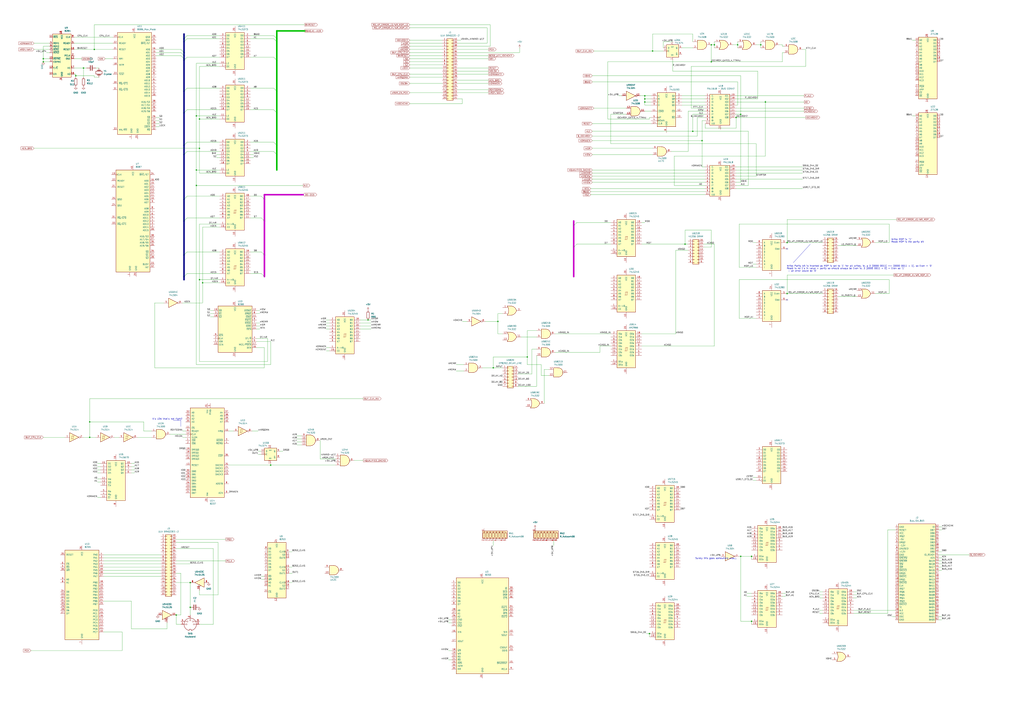
<source format=kicad_sch>
(kicad_sch (version 20231120) (generator "eeschema") (generator_version "8.0")
  (paper "A1")
  (lib_symbols
    (symbol "74xx:74LS00" (pin_names (offset 1.016))
      (property "Reference" "U" (at 0 1.27 0))
      (property "Value" "74LS00" (at 0 -1.27 0))
      (symbol "74LS00_1_1"
        (pin input line (at -7.62 2.54 0) (length 3.81) (name "~") (number "1"))
        (pin input line (at -7.62 -2.54 0) (length 3.81) (name "~") (number "2"))
        (pin output inverted (at 7.62 0 180) (length 3.81) (name "~") (number "3"))
      )
      (symbol "74LS00_1_2"
        (pin input inverted (at -7.62 2.54 0) (length 4.318) (name "~") (number "1"))
        (pin input inverted (at -7.62 -2.54 0) (length 4.318) (name "~") (number "2"))
        (pin output line (at 7.62 0 180) (length 3.81) (name "~") (number "3"))
      )
      (symbol "74LS00_2_1"
        (pin input line (at -7.62 2.54 0) (length 3.81) (name "~") (number "4"))
        (pin input line (at -7.62 -2.54 0) (length 3.81) (name "~") (number "5"))
        (pin output inverted (at 7.62 0 180) (length 3.81) (name "~") (number "6"))
      )
      (symbol "74LS00_2_2"
        (pin input inverted (at -7.62 2.54 0) (length 4.318) (name "~") (number "4"))
        (pin input inverted (at -7.62 -2.54 0) (length 4.318) (name "~") (number "5"))
        (pin output line (at 7.62 0 180) (length 3.81) (name "~") (number "6"))
      )
      (symbol "74LS00_3_1"
        (pin input line (at -7.62 -2.54 0) (length 3.81) (name "~") (number "10"))
        (pin output inverted (at 7.62 0 180) (length 3.81) (name "~") (number "8"))
        (pin input line (at -7.62 2.54 0) (length 3.81) (name "~") (number "9"))
      )
      (symbol "74LS00_3_2"
        (pin input inverted (at -7.62 -2.54 0) (length 4.318) (name "~") (number "10"))
        (pin output line (at 7.62 0 180) (length 3.81) (name "~") (number "8"))
        (pin input inverted (at -7.62 2.54 0) (length 4.318) (name "~") (number "9"))
      )
      (symbol "74LS00_4_1"
        (pin output inverted (at 7.62 0 180) (length 3.81) (name "~") (number "11"))
        (pin input line (at -7.62 2.54 0) (length 3.81) (name "~") (number "12"))
        (pin input line (at -7.62 -2.54 0) (length 3.81) (name "~") (number "13"))
      )
      (symbol "74LS00_4_2"
        (pin output line (at 7.62 0 180) (length 3.81) (name "~") (number "11"))
        (pin input inverted (at -7.62 2.54 0) (length 4.318) (name "~") (number "12"))
        (pin input inverted (at -7.62 -2.54 0) (length 4.318) (name "~") (number "13"))
      )
      (symbol "74LS00_5_0"
        (pin power_in line (at 0 12.7 270) (length 5.08) (name "VCC") (number "14"))
        (pin power_in line (at 0 -12.7 90) (length 5.08) (name "GND") (number "7"))
      )
    )
    (symbol "74xx:74LS04"
      (property "Reference" "U" (at 0 1.27 0))
      (property "Value" "74LS04" (at 0 -1.27 0))
      (symbol "74LS04_1_0"
        (pin input line (at -7.62 0 0) (length 3.81) (name "~") (number "1"))
        (pin output inverted (at 7.62 0 180) (length 3.81) (name "~") (number "2"))
      )
      (symbol "74LS04_2_0"
        (pin input line (at -7.62 0 0) (length 3.81) (name "~") (number "3"))
        (pin output inverted (at 7.62 0 180) (length 3.81) (name "~") (number "4"))
      )
      (symbol "74LS04_3_0"
        (pin input line (at -7.62 0 0) (length 3.81) (name "~") (number "5"))
        (pin output inverted (at 7.62 0 180) (length 3.81) (name "~") (number "6"))
      )
      (symbol "74LS04_4_0"
        (pin output inverted (at 7.62 0 180) (length 3.81) (name "~") (number "8"))
        (pin input line (at -7.62 0 0) (length 3.81) (name "~") (number "9"))
      )
      (symbol "74LS04_5_0"
        (pin output inverted (at 7.62 0 180) (length 3.81) (name "~") (number "10"))
        (pin input line (at -7.62 0 0) (length 3.81) (name "~") (number "11"))
      )
      (symbol "74LS04_6_0"
        (pin output inverted (at 7.62 0 180) (length 3.81) (name "~") (number "12"))
        (pin input line (at -7.62 0 0) (length 3.81) (name "~") (number "13"))
      )
      (symbol "74LS04_7_0"
        (pin power_in line (at 0 12.7 270) (length 5.08) (name "VCC") (number "14"))
        (pin power_in line (at 0 -12.7 90) (length 5.08) (name "GND") (number "7"))
      )
    )
    (symbol "74xx:74LS08" (pin_names (offset 1.016))
      (property "Reference" "U" (at 0 1.27 0))
      (property "Value" "74LS08" (at 0 -1.27 0))
      (symbol "74LS08_1_1"
        (pin input line (at -7.62 2.54 0) (length 3.81) (name "~") (number "1"))
        (pin input line (at -7.62 -2.54 0) (length 3.81) (name "~") (number "2"))
        (pin output line (at 7.62 0 180) (length 3.81) (name "~") (number "3"))
      )
      (symbol "74LS08_1_2"
        (pin input inverted (at -7.62 2.54 0) (length 4.318) (name "~") (number "1"))
        (pin input inverted (at -7.62 -2.54 0) (length 4.318) (name "~") (number "2"))
        (pin output inverted (at 7.62 0 180) (length 3.81) (name "~") (number "3"))
      )
      (symbol "74LS08_2_1"
        (pin input line (at -7.62 2.54 0) (length 3.81) (name "~") (number "4"))
        (pin input line (at -7.62 -2.54 0) (length 3.81) (name "~") (number "5"))
        (pin output line (at 7.62 0 180) (length 3.81) (name "~") (number "6"))
      )
      (symbol "74LS08_2_2"
        (pin input inverted (at -7.62 2.54 0) (length 4.318) (name "~") (number "4"))
        (pin input inverted (at -7.62 -2.54 0) (length 4.318) (name "~") (number "5"))
        (pin output inverted (at 7.62 0 180) (length 3.81) (name "~") (number "6"))
      )
      (symbol "74LS08_3_1"
        (pin input line (at -7.62 -2.54 0) (length 3.81) (name "~") (number "10"))
        (pin output line (at 7.62 0 180) (length 3.81) (name "~") (number "8"))
        (pin input line (at -7.62 2.54 0) (length 3.81) (name "~") (number "9"))
      )
      (symbol "74LS08_3_2"
        (pin input inverted (at -7.62 -2.54 0) (length 4.318) (name "~") (number "10"))
        (pin output inverted (at 7.62 0 180) (length 3.81) (name "~") (number "8"))
        (pin input inverted (at -7.62 2.54 0) (length 4.318) (name "~") (number "9"))
      )
      (symbol "74LS08_4_1"
        (pin output line (at 7.62 0 180) (length 3.81) (name "~") (number "11"))
        (pin input line (at -7.62 2.54 0) (length 3.81) (name "~") (number "12"))
        (pin input line (at -7.62 -2.54 0) (length 3.81) (name "~") (number "13"))
      )
      (symbol "74LS08_4_2"
        (pin output inverted (at 7.62 0 180) (length 3.81) (name "~") (number "11"))
        (pin input inverted (at -7.62 2.54 0) (length 4.318) (name "~") (number "12"))
        (pin input inverted (at -7.62 -2.54 0) (length 4.318) (name "~") (number "13"))
      )
      (symbol "74LS08_5_0"
        (pin power_in line (at 0 12.7 270) (length 5.08) (name "VCC") (number "14"))
        (pin power_in line (at 0 -12.7 90) (length 5.08) (name "GND") (number "7"))
      )
    )
    (symbol "74xx:74LS125" (pin_names (offset 1.016))
      (property "Reference" "U" (at 0 1.27 0))
      (property "Value" "74LS125" (at 0 -1.27 0))
      (symbol "74LS125_1_0"
        (pin input inverted (at 0 -6.35 90) (length 4.445) (name "~") (number "1"))
        (pin input line (at -7.62 0 0) (length 3.81) (name "~") (number "2"))
        (pin tri_state line (at 7.62 0 180) (length 3.81) (name "~") (number "3"))
      )
      (symbol "74LS125_2_0"
        (pin input inverted (at 0 -6.35 90) (length 4.445) (name "~") (number "4"))
        (pin input line (at -7.62 0 0) (length 3.81) (name "~") (number "5"))
        (pin tri_state line (at 7.62 0 180) (length 3.81) (name "~") (number "6"))
      )
      (symbol "74LS125_3_0"
        (pin input inverted (at 0 -6.35 90) (length 4.445) (name "~") (number "10"))
        (pin tri_state line (at 7.62 0 180) (length 3.81) (name "~") (number "8"))
        (pin input line (at -7.62 0 0) (length 3.81) (name "~") (number "9"))
      )
      (symbol "74LS125_4_0"
        (pin tri_state line (at 7.62 0 180) (length 3.81) (name "~") (number "11"))
        (pin input line (at -7.62 0 0) (length 3.81) (name "~") (number "12"))
        (pin input inverted (at 0 -6.35 90) (length 4.445) (name "~") (number "13"))
      )
      (symbol "74LS125_5_0"
        (pin power_in line (at 0 12.7 270) (length 5.08) (name "VCC") (number "14"))
        (pin power_in line (at 0 -12.7 90) (length 5.08) (name "GND") (number "7"))
      )
    )
    (symbol "74xx:74LS14" (pin_names (offset 1.016))
      (property "Reference" "U" (at 0 1.27 0))
      (property "Value" "74LS14" (at 0 -1.27 0))
      (symbol "74LS14_1_0"
        (pin input line (at -7.62 0 0) (length 3.81) (name "~") (number "1"))
        (pin output inverted (at 7.62 0 180) (length 3.81) (name "~") (number "2"))
      )
      (symbol "74LS14_2_0"
        (pin input line (at -7.62 0 0) (length 3.81) (name "~") (number "3"))
        (pin output inverted (at 7.62 0 180) (length 3.81) (name "~") (number "4"))
      )
      (symbol "74LS14_3_0"
        (pin input line (at -7.62 0 0) (length 3.81) (name "~") (number "5"))
        (pin output inverted (at 7.62 0 180) (length 3.81) (name "~") (number "6"))
      )
      (symbol "74LS14_4_0"
        (pin output inverted (at 7.62 0 180) (length 3.81) (name "~") (number "8"))
        (pin input line (at -7.62 0 0) (length 3.81) (name "~") (number "9"))
      )
      (symbol "74LS14_5_0"
        (pin output inverted (at 7.62 0 180) (length 3.81) (name "~") (number "10"))
        (pin input line (at -7.62 0 0) (length 3.81) (name "~") (number "11"))
      )
      (symbol "74LS14_6_0"
        (pin output inverted (at 7.62 0 180) (length 3.81) (name "~") (number "12"))
        (pin input line (at -7.62 0 0) (length 3.81) (name "~") (number "13"))
      )
      (symbol "74LS14_7_0"
        (pin power_in line (at 0 12.7 270) (length 5.08) (name "VCC") (number "14"))
        (pin power_in line (at 0 -12.7 90) (length 5.08) (name "GND") (number "7"))
      )
    )
    (symbol "74xx:74LS193"
      (property "Reference" "U" (at -7.62 13.97 0))
      (property "Value" "74LS193" (at 5.08 13.97 0))
      (symbol "74LS193_1_0"
        (pin input line (at -12.7 7.62 0) (length 5.08) (name "B") (number "1"))
        (pin input line (at -12.7 5.08 0) (length 5.08) (name "C") (number "10"))
        (pin input line (at -12.7 -2.54 0) (length 5.08) (name "~{LOAD}") (number "11"))
        (pin output line (at 12.7 -2.54 180) (length 5.08) (name "~{CO}") (number "12"))
        (pin output line (at 12.7 -7.62 180) (length 5.08) (name "~{BO}") (number "13"))
        (pin input line (at -12.7 -12.7 0) (length 5.08) (name "CLR") (number "14"))
        (pin input line (at -12.7 10.16 0) (length 5.08) (name "A") (number "15"))
        (pin power_in line (at 0 17.78 270) (length 5.08) (name "VCC") (number "16"))
        (pin output line (at 12.7 7.62 180) (length 5.08) (name "QB") (number "2"))
        (pin output line (at 12.7 10.16 180) (length 5.08) (name "QA") (number "3"))
        (pin input clock (at -12.7 -10.16 0) (length 5.08) (name "DOWN") (number "4"))
        (pin input clock (at -12.7 -7.62 0) (length 5.08) (name "UP") (number "5"))
        (pin output line (at 12.7 5.08 180) (length 5.08) (name "QC") (number "6"))
        (pin output line (at 12.7 2.54 180) (length 5.08) (name "QD") (number "7"))
        (pin power_in line (at 0 -20.32 90) (length 5.08) (name "GND") (number "8"))
        (pin input line (at -12.7 2.54 0) (length 5.08) (name "D") (number "9"))
      )
    )
    (symbol "74xx:74LS20" (pin_names (offset 1.016))
      (property "Reference" "U" (at 0 1.27 0))
      (property "Value" "74LS20" (at 0 -1.27 0))
      (symbol "74LS20_1_1"
        (pin input line (at -7.62 3.81 0) (length 3.81) (name "~") (number "1"))
        (pin input line (at -7.62 1.27 0) (length 3.81) (name "~") (number "2"))
        (pin input line (at -7.62 -1.27 0) (length 3.81) (name "~") (number "4"))
        (pin input line (at -7.62 -3.81 0) (length 3.81) (name "~") (number "5"))
        (pin output inverted (at 7.62 0 180) (length 3.81) (name "~") (number "6"))
      )
      (symbol "74LS20_1_2"
        (pin input inverted (at -7.62 3.81 0) (length 3.81) (name "~") (number "1"))
        (pin input inverted (at -7.62 1.27 0) (length 4.826) (name "~") (number "2"))
        (pin input inverted (at -7.62 -1.27 0) (length 4.826) (name "~") (number "4"))
        (pin input inverted (at -7.62 -3.81 0) (length 3.81) (name "~") (number "5"))
        (pin output line (at 7.62 0 180) (length 3.81) (name "~") (number "6"))
      )
      (symbol "74LS20_2_1"
        (pin input line (at -7.62 1.27 0) (length 3.81) (name "~") (number "10"))
        (pin input line (at -7.62 -1.27 0) (length 3.81) (name "~") (number "12"))
        (pin input line (at -7.62 -3.81 0) (length 3.81) (name "~") (number "13"))
        (pin output inverted (at 7.62 0 180) (length 3.81) (name "~") (number "8"))
        (pin input line (at -7.62 3.81 0) (length 3.81) (name "~") (number "9"))
      )
      (symbol "74LS20_2_2"
        (pin input inverted (at -7.62 1.27 0) (length 4.826) (name "~") (number "10"))
        (pin input inverted (at -7.62 -1.27 0) (length 4.826) (name "~") (number "12"))
        (pin input inverted (at -7.62 -3.81 0) (length 3.81) (name "~") (number "13"))
        (pin output line (at 7.62 0 180) (length 3.81) (name "~") (number "8"))
        (pin input inverted (at -7.62 3.81 0) (length 3.81) (name "~") (number "9"))
      )
      (symbol "74LS20_3_0"
        (pin power_in line (at 0 12.7 270) (length 5.08) (name "VCC") (number "14"))
        (pin power_in line (at 0 -12.7 90) (length 5.08) (name "GND") (number "7"))
      )
    )
    (symbol "74xx:74LS241" (pin_names (offset 1.016))
      (property "Reference" "U" (at -7.62 16.51 0))
      (property "Value" "74LS241" (at -7.62 -16.51 0))
      (symbol "74LS241_1_0"
        (pin input inverted (at -12.7 -10.16 0) (length 5.08) (name "OEa") (number "1"))
        (pin power_in line (at 0 -20.32 90) (length 5.08) (name "GND") (number "10"))
        (pin input line (at -12.7 2.54 0) (length 5.08) (name "I0b") (number "11"))
        (pin tri_state line (at 12.7 5.08 180) (length 5.08) (name "O3a") (number "12"))
        (pin input line (at -12.7 0 0) (length 5.08) (name "I1b") (number "13"))
        (pin tri_state line (at 12.7 7.62 180) (length 5.08) (name "O2a") (number "14"))
        (pin input line (at -12.7 -2.54 0) (length 5.08) (name "I2b") (number "15"))
        (pin tri_state line (at 12.7 10.16 180) (length 5.08) (name "O1a") (number "16"))
        (pin input line (at -12.7 -5.08 0) (length 5.08) (name "I3b") (number "17"))
        (pin tri_state line (at 12.7 12.7 180) (length 5.08) (name "O0a") (number "18"))
        (pin input line (at -12.7 -12.7 0) (length 5.08) (name "OEb") (number "19"))
        (pin input line (at -12.7 12.7 0) (length 5.08) (name "I0a") (number "2"))
        (pin power_in line (at 0 20.32 270) (length 5.08) (name "VCC") (number "20"))
        (pin tri_state line (at 12.7 -5.08 180) (length 5.08) (name "O3b") (number "3"))
        (pin input line (at -12.7 10.16 0) (length 5.08) (name "I1a") (number "4"))
        (pin tri_state line (at 12.7 -2.54 180) (length 5.08) (name "O2b") (number "5"))
        (pin input line (at -12.7 7.62 0) (length 5.08) (name "I2a") (number "6"))
        (pin tri_state line (at 12.7 0 180) (length 5.08) (name "O1b") (number "7"))
        (pin input line (at -12.7 5.08 0) (length 5.08) (name "I3a") (number "8"))
        (pin tri_state line (at 12.7 2.54 180) (length 5.08) (name "O0b") (number "9"))
      )
    )
    (symbol "74xx:74LS244" (pin_names (offset 1.016))
      (property "Reference" "U" (at -7.62 16.51 0))
      (property "Value" "74LS244" (at -7.62 -16.51 0))
      (symbol "74LS244_1_0"
        (pin input inverted (at -12.7 -10.16 0) (length 5.08) (name "OEa") (number "1"))
        (pin power_in line (at 0 -20.32 90) (length 5.08) (name "GND") (number "10"))
        (pin input line (at -12.7 2.54 0) (length 5.08) (name "I0b") (number "11"))
        (pin tri_state line (at 12.7 5.08 180) (length 5.08) (name "O3a") (number "12"))
        (pin input line (at -12.7 0 0) (length 5.08) (name "I1b") (number "13"))
        (pin tri_state line (at 12.7 7.62 180) (length 5.08) (name "O2a") (number "14"))
        (pin input line (at -12.7 -2.54 0) (length 5.08) (name "I2b") (number "15"))
        (pin tri_state line (at 12.7 10.16 180) (length 5.08) (name "O1a") (number "16"))
        (pin input line (at -12.7 -5.08 0) (length 5.08) (name "I3b") (number "17"))
        (pin tri_state line (at 12.7 12.7 180) (length 5.08) (name "O0a") (number "18"))
        (pin input inverted (at -12.7 -12.7 0) (length 5.08) (name "OEb") (number "19"))
        (pin input line (at -12.7 12.7 0) (length 5.08) (name "I0a") (number "2"))
        (pin power_in line (at 0 20.32 270) (length 5.08) (name "VCC") (number "20"))
        (pin tri_state line (at 12.7 -5.08 180) (length 5.08) (name "O3b") (number "3"))
        (pin input line (at -12.7 10.16 0) (length 5.08) (name "I1a") (number "4"))
        (pin tri_state line (at 12.7 -2.54 180) (length 5.08) (name "O2b") (number "5"))
        (pin input line (at -12.7 7.62 0) (length 5.08) (name "I2a") (number "6"))
        (pin tri_state line (at 12.7 0 180) (length 5.08) (name "O1b") (number "7"))
        (pin input line (at -12.7 5.08 0) (length 5.08) (name "I3a") (number "8"))
        (pin tri_state line (at 12.7 2.54 180) (length 5.08) (name "O0b") (number "9"))
      )
    )
    (symbol "74xx:74LS245" (pin_names (offset 1.016))
      (property "Reference" "U" (at -7.62 16.51 0))
      (property "Value" "74LS245" (at -7.62 -16.51 0))
      (symbol "74LS245_1_0"
        (pin input line (at -12.7 -10.16 0) (length 5.08) (name "A->B") (number "1"))
        (pin power_in line (at 0 -20.32 90) (length 5.08) (name "GND") (number "10"))
        (pin tri_state line (at 12.7 -5.08 180) (length 5.08) (name "B7") (number "11"))
        (pin tri_state line (at 12.7 -2.54 180) (length 5.08) (name "B6") (number "12"))
        (pin tri_state line (at 12.7 0 180) (length 5.08) (name "B5") (number "13"))
        (pin tri_state line (at 12.7 2.54 180) (length 5.08) (name "B4") (number "14"))
        (pin tri_state line (at 12.7 5.08 180) (length 5.08) (name "B3") (number "15"))
        (pin tri_state line (at 12.7 7.62 180) (length 5.08) (name "B2") (number "16"))
        (pin tri_state line (at 12.7 10.16 180) (length 5.08) (name "B1") (number "17"))
        (pin tri_state line (at 12.7 12.7 180) (length 5.08) (name "B0") (number "18"))
        (pin input inverted (at -12.7 -12.7 0) (length 5.08) (name "CE") (number "19"))
        (pin tri_state line (at -12.7 12.7 0) (length 5.08) (name "A0") (number "2"))
        (pin power_in line (at 0 20.32 270) (length 5.08) (name "VCC") (number "20"))
        (pin tri_state line (at -12.7 10.16 0) (length 5.08) (name "A1") (number "3"))
        (pin tri_state line (at -12.7 7.62 0) (length 5.08) (name "A2") (number "4"))
        (pin tri_state line (at -12.7 5.08 0) (length 5.08) (name "A3") (number "5"))
        (pin tri_state line (at -12.7 2.54 0) (length 5.08) (name "A4") (number "6"))
        (pin tri_state line (at -12.7 0 0) (length 5.08) (name "A5") (number "7"))
        (pin tri_state line (at -12.7 -2.54 0) (length 5.08) (name "A6") (number "8"))
        (pin tri_state line (at -12.7 -5.08 0) (length 5.08) (name "A7") (number "9"))
      )
    )
    (symbol "74xx:74LS280" (pin_names (offset 1.016))
      (property "Reference" "U" (at -7.62 13.97 0))
      (property "Value" "74LS280" (at -7.62 -13.97 0))
      (symbol "74LS280_1_0"
        (pin input line (at -12.7 -5.08 0) (length 5.08) (name "G") (number "1"))
        (pin input line (at -12.7 5.08 0) (length 5.08) (name "C") (number "10"))
        (pin input line (at -12.7 2.54 0) (length 5.08) (name "D") (number "11"))
        (pin input line (at -12.7 0 0) (length 5.08) (name "E") (number "12"))
        (pin input line (at -12.7 -2.54 0) (length 5.08) (name "F") (number "13"))
        (pin power_in line (at 0 17.78 270) (length 5.08) (name "VCC") (number "14"))
        (pin input line (at -12.7 -7.62 0) (length 5.08) (name "H") (number "2"))
        (pin input line (at -12.7 -10.16 0) (length 5.08) (name "I") (number "4"))
        (pin output line (at 12.7 10.16 180) (length 5.08) (name "Even") (number "5"))
        (pin output line (at 12.7 5.08 180) (length 5.08) (name "Odd") (number "6"))
        (pin power_in line (at 0 -17.78 90) (length 5.08) (name "GND") (number "7"))
        (pin input line (at -12.7 10.16 0) (length 5.08) (name "A") (number "8"))
        (pin input line (at -12.7 7.62 0) (length 5.08) (name "B") (number "9"))
      )
      (symbol "74LS280_1_1"
        (pin no_connect line (at 7.62 0 180) (length 2.54) hide (name "NC") (number "3"))
      )
    )
    (symbol "74xx:74LS32" (pin_names (offset 1.016))
      (property "Reference" "U" (at 0 1.27 0))
      (property "Value" "74LS32" (at 0 -1.27 0))
      (symbol "74LS32_1_1"
        (pin input line (at -7.62 2.54 0) (length 4.318) (name "~") (number "1"))
        (pin input line (at -7.62 -2.54 0) (length 4.318) (name "~") (number "2"))
        (pin output line (at 7.62 0 180) (length 3.81) (name "~") (number "3"))
      )
      (symbol "74LS32_1_2"
        (pin input inverted (at -7.62 2.54 0) (length 3.81) (name "~") (number "1"))
        (pin input inverted (at -7.62 -2.54 0) (length 3.81) (name "~") (number "2"))
        (pin output inverted (at 7.62 0 180) (length 3.81) (name "~") (number "3"))
      )
      (symbol "74LS32_2_1"
        (pin input line (at -7.62 2.54 0) (length 4.318) (name "~") (number "4"))
        (pin input line (at -7.62 -2.54 0) (length 4.318) (name "~") (number "5"))
        (pin output line (at 7.62 0 180) (length 3.81) (name "~") (number "6"))
      )
      (symbol "74LS32_2_2"
        (pin input inverted (at -7.62 2.54 0) (length 3.81) (name "~") (number "4"))
        (pin input inverted (at -7.62 -2.54 0) (length 3.81) (name "~") (number "5"))
        (pin output inverted (at 7.62 0 180) (length 3.81) (name "~") (number "6"))
      )
      (symbol "74LS32_3_1"
        (pin input line (at -7.62 -2.54 0) (length 4.318) (name "~") (number "10"))
        (pin output line (at 7.62 0 180) (length 3.81) (name "~") (number "8"))
        (pin input line (at -7.62 2.54 0) (length 4.318) (name "~") (number "9"))
      )
      (symbol "74LS32_3_2"
        (pin input inverted (at -7.62 -2.54 0) (length 3.81) (name "~") (number "10"))
        (pin output inverted (at 7.62 0 180) (length 3.81) (name "~") (number "8"))
        (pin input inverted (at -7.62 2.54 0) (length 3.81) (name "~") (number "9"))
      )
      (symbol "74LS32_4_1"
        (pin output line (at 7.62 0 180) (length 3.81) (name "~") (number "11"))
        (pin input line (at -7.62 2.54 0) (length 4.318) (name "~") (number "12"))
        (pin input line (at -7.62 -2.54 0) (length 4.318) (name "~") (number "13"))
      )
      (symbol "74LS32_4_2"
        (pin output inverted (at 7.62 0 180) (length 3.81) (name "~") (number "11"))
        (pin input inverted (at -7.62 2.54 0) (length 3.81) (name "~") (number "12"))
        (pin input inverted (at -7.62 -2.54 0) (length 3.81) (name "~") (number "13"))
      )
      (symbol "74LS32_5_0"
        (pin power_in line (at 0 12.7 270) (length 5.08) (name "VCC") (number "14"))
        (pin power_in line (at 0 -12.7 90) (length 5.08) (name "GND") (number "7"))
      )
    )
    (symbol "74xx:74LS373"
      (property "Reference" "U" (at -7.62 16.51 0))
      (property "Value" "74LS373" (at -7.62 -16.51 0))
      (symbol "74LS373_1_0"
        (pin input inverted (at -12.7 -12.7 0) (length 5.08) (name "OE") (number "1"))
        (pin power_in line (at 0 -20.32 90) (length 5.08) (name "GND") (number "10"))
        (pin input line (at -12.7 -10.16 0) (length 5.08) (name "LE") (number "11"))
        (pin tri_state line (at 12.7 2.54 180) (length 5.08) (name "O4") (number "12"))
        (pin input line (at -12.7 2.54 0) (length 5.08) (name "D4") (number "13"))
        (pin input line (at -12.7 0 0) (length 5.08) (name "D5") (number "14"))
        (pin tri_state line (at 12.7 0 180) (length 5.08) (name "O5") (number "15"))
        (pin tri_state line (at 12.7 -2.54 180) (length 5.08) (name "O6") (number "16"))
        (pin input line (at -12.7 -2.54 0) (length 5.08) (name "D6") (number "17"))
        (pin input line (at -12.7 -5.08 0) (length 5.08) (name "D7") (number "18"))
        (pin tri_state line (at 12.7 -5.08 180) (length 5.08) (name "O7") (number "19"))
        (pin tri_state line (at 12.7 12.7 180) (length 5.08) (name "O0") (number "2"))
        (pin power_in line (at 0 20.32 270) (length 5.08) (name "VCC") (number "20"))
        (pin input line (at -12.7 12.7 0) (length 5.08) (name "D0") (number "3"))
        (pin input line (at -12.7 10.16 0) (length 5.08) (name "D1") (number "4"))
        (pin tri_state line (at 12.7 10.16 180) (length 5.08) (name "O1") (number "5"))
        (pin tri_state line (at 12.7 7.62 180) (length 5.08) (name "O2") (number "6"))
        (pin input line (at -12.7 7.62 0) (length 5.08) (name "D2") (number "7"))
        (pin input line (at -12.7 5.08 0) (length 5.08) (name "D3") (number "8"))
        (pin tri_state line (at 12.7 5.08 180) (length 5.08) (name "O3") (number "9"))
      )
    )
    (symbol "74xx:74LS670" (pin_names (offset 1.016))
      (property "Reference" "U" (at -7.62 16.51 0))
      (property "Value" "74LS670" (at -7.62 -19.05 0))
      (symbol "74LS670_1_0"
        (pin input line (at -12.7 10.16 0) (length 5.08) (name "D2") (number "1"))
        (pin tri_state line (at 12.7 12.7 180) (length 5.08) (name "Q1") (number "10"))
        (pin input line (at -12.7 -15.24 0) (length 5.08) (name "~{Er}") (number "11"))
        (pin input line (at -12.7 -5.08 0) (length 5.08) (name "~{Ew}") (number "12"))
        (pin input line (at -12.7 -2.54 0) (length 5.08) (name "Wb") (number "13"))
        (pin input line (at -12.7 0 0) (length 5.08) (name "Wa") (number "14"))
        (pin input line (at -12.7 12.7 0) (length 5.08) (name "D1") (number "15"))
        (pin power_in line (at 0 20.32 270) (length 5.08) (name "VCC") (number "16"))
        (pin input line (at -12.7 7.62 0) (length 5.08) (name "D3") (number "2"))
        (pin input line (at -12.7 5.08 0) (length 5.08) (name "D4") (number "3"))
        (pin input line (at -12.7 -12.7 0) (length 5.08) (name "Rb") (number "4"))
        (pin input line (at -12.7 -10.16 0) (length 5.08) (name "Ra") (number "5"))
        (pin tri_state line (at 12.7 5.08 180) (length 5.08) (name "Q4") (number "6"))
        (pin tri_state line (at 12.7 7.62 180) (length 5.08) (name "Q3") (number "7"))
        (pin power_in line (at 0 -22.86 90) (length 5.08) (name "GND") (number "8"))
        (pin tri_state line (at 12.7 10.16 180) (length 5.08) (name "Q2") (number "9"))
      )
    )
    (symbol "74xx:74LS74" (pin_names (offset 1.016))
      (property "Reference" "U" (at -7.62 8.89 0))
      (property "Value" "74LS74" (at -7.62 -8.89 0))
      (symbol "74LS74_1_0"
        (pin input line (at 0 -7.62 90) (length 2.54) (name "~{R}") (number "1"))
        (pin input line (at -7.62 2.54 0) (length 2.54) (name "D") (number "2"))
        (pin input clock (at -7.62 0 0) (length 2.54) (name "C") (number "3"))
        (pin input line (at 0 7.62 270) (length 2.54) (name "~{S}") (number "4"))
        (pin output line (at 7.62 2.54 180) (length 2.54) (name "Q") (number "5"))
        (pin output line (at 7.62 -2.54 180) (length 2.54) (name "~{Q}") (number "6"))
      )
      (symbol "74LS74_2_0"
        (pin input line (at 0 7.62 270) (length 2.54) (name "~{S}") (number "10"))
        (pin input clock (at -7.62 0 0) (length 2.54) (name "C") (number "11"))
        (pin input line (at -7.62 2.54 0) (length 2.54) (name "D") (number "12"))
        (pin input line (at 0 -7.62 90) (length 2.54) (name "~{R}") (number "13"))
        (pin output line (at 7.62 -2.54 180) (length 2.54) (name "~{Q}") (number "8"))
        (pin output line (at 7.62 2.54 180) (length 2.54) (name "Q") (number "9"))
      )
      (symbol "74LS74_3_0"
        (pin power_in line (at 0 10.16 270) (length 2.54) (name "VCC") (number "14"))
        (pin power_in line (at 0 -10.16 90) (length 2.54) (name "GND") (number "7"))
      )
    )
    (symbol "Connector:Bus_ISA_8bit"
      (property "Reference" "J" (at 0 42.545 0))
      (property "Value" "Bus_ISA_8bit" (at 0 -42.545 0))
      (symbol "Bus_ISA_8bit_1_1"
        (pin power_in line (at -17.78 38.1 0) (length 2.54) (name "GND") (number "1"))
        (pin power_in line (at -17.78 15.24 0) (length 2.54) (name "GND") (number "10"))
        (pin output line (at -17.78 12.7 0) (length 2.54) (name "~{SMEMW}") (number "11"))
        (pin output line (at -17.78 10.16 0) (length 2.54) (name "~{SMEMR}") (number "12"))
        (pin output line (at -17.78 7.62 0) (length 2.54) (name "~{IOW}") (number "13"))
        (pin output line (at -17.78 5.08 0) (length 2.54) (name "~{IOR}") (number "14"))
        (pin passive line (at -17.78 2.54 0) (length 2.54) (name "~{DACK3}") (number "15"))
        (pin passive line (at -17.78 0 0) (length 2.54) (name "DRQ3") (number "16"))
        (pin passive line (at -17.78 -2.54 0) (length 2.54) (name "~{DACK1}") (number "17"))
        (pin passive line (at -17.78 -5.08 0) (length 2.54) (name "DRQ1") (number "18"))
        (pin passive line (at -17.78 -7.62 0) (length 2.54) (name "~{DACK0}") (number "19"))
        (pin output line (at -17.78 35.56 0) (length 2.54) (name "RESET") (number "2"))
        (pin output line (at -17.78 -10.16 0) (length 2.54) (name "CLK") (number "20"))
        (pin passive line (at -17.78 -12.7 0) (length 2.54) (name "IRQ7") (number "21"))
        (pin passive line (at -17.78 -15.24 0) (length 2.54) (name "IRQ6") (number "22"))
        (pin passive line (at -17.78 -17.78 0) (length 2.54) (name "IRQ5") (number "23"))
        (pin passive line (at -17.78 -20.32 0) (length 2.54) (name "IRQ4") (number "24"))
        (pin passive line (at -17.78 -22.86 0) (length 2.54) (name "IRQ3") (number "25"))
        (pin passive line (at -17.78 -25.4 0) (length 2.54) (name "~{DACK2}") (number "26"))
        (pin passive line (at -17.78 -27.94 0) (length 2.54) (name "TC") (number "27"))
        (pin output line (at -17.78 -30.48 0) (length 2.54) (name "ALE") (number "28"))
        (pin power_in line (at -17.78 -33.02 0) (length 2.54) (name "VCC") (number "29"))
        (pin power_in line (at -17.78 33.02 0) (length 2.54) (name "VCC") (number "3"))
        (pin output line (at -17.78 -35.56 0) (length 2.54) (name "OSC") (number "30"))
        (pin power_in line (at -17.78 -38.1 0) (length 2.54) (name "GND") (number "31"))
        (pin passive line (at 17.78 38.1 180) (length 2.54) (name "IO") (number "32"))
        (pin tri_state line (at 17.78 35.56 180) (length 2.54) (name "DB7") (number "33"))
        (pin tri_state line (at 17.78 33.02 180) (length 2.54) (name "DB6") (number "34"))
        (pin tri_state line (at 17.78 30.48 180) (length 2.54) (name "DB5") (number "35"))
        (pin tri_state line (at 17.78 27.94 180) (length 2.54) (name "DB4") (number "36"))
        (pin tri_state line (at 17.78 25.4 180) (length 2.54) (name "DB3") (number "37"))
        (pin tri_state line (at 17.78 22.86 180) (length 2.54) (name "DB2") (number "38"))
        (pin tri_state line (at 17.78 20.32 180) (length 2.54) (name "DB1") (number "39"))
        (pin passive line (at -17.78 30.48 0) (length 2.54) (name "IRQ2") (number "4"))
        (pin tri_state line (at 17.78 17.78 180) (length 2.54) (name "DB0") (number "40"))
        (pin passive line (at 17.78 15.24 180) (length 2.54) (name "IO_READY") (number "41"))
        (pin output line (at 17.78 12.7 180) (length 2.54) (name "AEN") (number "42"))
        (pin tri_state line (at 17.78 10.16 180) (length 2.54) (name "BA19") (number "43"))
        (pin tri_state line (at 17.78 7.62 180) (length 2.54) (name "BA18") (number "44"))
        (pin tri_state line (at 17.78 5.08 180) (length 2.54) (name "BA17") (number "45"))
        (pin tri_state line (at 17.78 2.54 180) (length 2.54) (name "BA16") (number "46"))
        (pin tri_state line (at 17.78 0 180) (length 2.54) (name "BA15") (number "47"))
        (pin tri_state line (at 17.78 -2.54 180) (length 2.54) (name "BA14") (number "48"))
        (pin tri_state line (at 17.78 -5.08 180) (length 2.54) (name "BA13") (number "49"))
        (pin power_in line (at -17.78 27.94 0) (length 2.54) (name "-5V") (number "5"))
        (pin tri_state line (at 17.78 -7.62 180) (length 2.54) (name "BA12") (number "50"))
        (pin tri_state line (at 17.78 -10.16 180) (length 2.54) (name "BA11") (number "51"))
        (pin tri_state line (at 17.78 -12.7 180) (length 2.54) (name "BA10") (number "52"))
        (pin tri_state line (at 17.78 -15.24 180) (length 2.54) (name "BA09") (number "53"))
        (pin tri_state line (at 17.78 -17.78 180) (length 2.54) (name "BA08") (number "54"))
        (pin tri_state line (at 17.78 -20.32 180) (length 2.54) (name "BA07") (number "55"))
        (pin tri_state line (at 17.78 -22.86 180) (length 2.54) (name "BA06") (number "56"))
        (pin tri_state line (at 17.78 -25.4 180) (length 2.54) (name "BA05") (number "57"))
        (pin tri_state line (at 17.78 -27.94 180) (length 2.54) (name "BA04") (number "58"))
        (pin tri_state line (at 17.78 -30.48 180) (length 2.54) (name "BA03") (number "59"))
        (pin passive line (at -17.78 25.4 0) (length 2.54) (name "DRQ2") (number "6"))
        (pin tri_state line (at 17.78 -33.02 180) (length 2.54) (name "BA02") (number "60"))
        (pin tri_state line (at 17.78 -35.56 180) (length 2.54) (name "BA01") (number "61"))
        (pin tri_state line (at 17.78 -38.1 180) (length 2.54) (name "BA00") (number "62"))
        (pin power_in line (at -17.78 22.86 0) (length 2.54) (name "-12V") (number "7"))
        (pin passive line (at -17.78 20.32 0) (length 2.54) (name "UNUSED") (number "8"))
        (pin power_in line (at -17.78 17.78 0) (length 2.54) (name "+12V") (number "9"))
      )
    )
    (symbol "Connector:DIN-5_180degree" (pin_names (offset 1.016))
      (property "Reference" "J" (at 3.175 5.715 0))
      (property "Value" "DIN-5_180degree" (at 0 -6.35 0))
      (symbol "DIN-5_180degree_1_1"
        (pin passive line (at -7.62 0 0) (length 2.54) (name "~") (number "1"))
        (pin passive line (at 0 7.62 270) (length 2.54) (name "~") (number "2"))
        (pin passive line (at 7.62 0 180) (length 2.54) (name "~") (number "3"))
        (pin passive line (at -7.62 2.54 0) (length 2.54) (name "~") (number "4"))
        (pin passive line (at 7.62 2.54 180) (length 2.54) (name "~") (number "5"))
      )
    )
    (symbol "Connector_Generic:Conn_02x07_Counter_Clockwise" (pin_names (offset 1.016) hide)
      (property "Reference" "J" (at 1.27 10.16 0))
      (property "Value" "Conn_02x07_Counter_Clockwise" (at 1.27 -10.16 0))
      (symbol "Conn_02x07_Counter_Clockwise_1_1"
        (pin passive line (at -5.08 7.62 0) (length 3.81) (name "Pin_1") (number "1"))
        (pin passive line (at 7.62 -2.54 180) (length 3.81) (name "Pin_10") (number "10"))
        (pin passive line (at 7.62 0 180) (length 3.81) (name "Pin_11") (number "11"))
        (pin passive line (at 7.62 2.54 180) (length 3.81) (name "Pin_12") (number "12"))
        (pin passive line (at 7.62 5.08 180) (length 3.81) (name "Pin_13") (number "13"))
        (pin passive line (at 7.62 7.62 180) (length 3.81) (name "Pin_14") (number "14"))
        (pin passive line (at -5.08 5.08 0) (length 3.81) (name "Pin_2") (number "2"))
        (pin passive line (at -5.08 2.54 0) (length 3.81) (name "Pin_3") (number "3"))
        (pin passive line (at -5.08 0 0) (length 3.81) (name "Pin_4") (number "4"))
        (pin passive line (at -5.08 -2.54 0) (length 3.81) (name "Pin_5") (number "5"))
        (pin passive line (at -5.08 -5.08 0) (length 3.81) (name "Pin_6") (number "6"))
        (pin passive line (at -5.08 -7.62 0) (length 3.81) (name "Pin_7") (number "7"))
        (pin passive line (at 7.62 -7.62 180) (length 3.81) (name "Pin_8") (number "8"))
        (pin passive line (at 7.62 -5.08 180) (length 3.81) (name "Pin_9") (number "9"))
      )
    )
    (symbol "Connector_Generic:Conn_02x08_Counter_Clockwise" (pin_names (offset 1.016) hide)
      (property "Reference" "J" (at 1.27 10.16 0))
      (property "Value" "Conn_02x08_Counter_Clockwise" (at 1.27 -12.7 0))
      (symbol "Conn_02x08_Counter_Clockwise_1_1"
        (pin passive line (at -5.08 7.62 0) (length 3.81) (name "Pin_1") (number "1"))
        (pin passive line (at 7.62 -7.62 180) (length 3.81) (name "Pin_10") (number "10"))
        (pin passive line (at 7.62 -5.08 180) (length 3.81) (name "Pin_11") (number "11"))
        (pin passive line (at 7.62 -2.54 180) (length 3.81) (name "Pin_12") (number "12"))
        (pin passive line (at 7.62 0 180) (length 3.81) (name "Pin_13") (number "13"))
        (pin passive line (at 7.62 2.54 180) (length 3.81) (name "Pin_14") (number "14"))
        (pin passive line (at 7.62 5.08 180) (length 3.81) (name "Pin_15") (number "15"))
        (pin passive line (at 7.62 7.62 180) (length 3.81) (name "Pin_16") (number "16"))
        (pin passive line (at -5.08 5.08 0) (length 3.81) (name "Pin_2") (number "2"))
        (pin passive line (at -5.08 2.54 0) (length 3.81) (name "Pin_3") (number "3"))
        (pin passive line (at -5.08 0 0) (length 3.81) (name "Pin_4") (number "4"))
        (pin passive line (at -5.08 -2.54 0) (length 3.81) (name "Pin_5") (number "5"))
        (pin passive line (at -5.08 -5.08 0) (length 3.81) (name "Pin_6") (number "6"))
        (pin passive line (at -5.08 -7.62 0) (length 3.81) (name "Pin_7") (number "7"))
        (pin passive line (at -5.08 -10.16 0) (length 3.81) (name "Pin_8") (number "8"))
        (pin passive line (at 7.62 -10.16 180) (length 3.81) (name "Pin_9") (number "9"))
      )
    )
    (symbol "Connector_Generic:Conn_02x20_Counter_Clockwise" (pin_names (offset 1.016) hide)
      (property "Reference" "J" (at 1.27 25.4 0))
      (property "Value" "Conn_02x20_Counter_Clockwise" (at 1.27 -27.94 0))
      (symbol "Conn_02x20_Counter_Clockwise_1_1"
        (pin passive line (at -5.08 22.86 0) (length 3.81) (name "Pin_1") (number "1"))
        (pin passive line (at -5.08 0 0) (length 3.81) (name "Pin_10") (number "10"))
        (pin passive line (at -5.08 -2.54 0) (length 3.81) (name "Pin_11") (number "11"))
        (pin passive line (at -5.08 -5.08 0) (length 3.81) (name "Pin_12") (number "12"))
        (pin passive line (at -5.08 -7.62 0) (length 3.81) (name "Pin_13") (number "13"))
        (pin passive line (at -5.08 -10.16 0) (length 3.81) (name "Pin_14") (number "14"))
        (pin passive line (at -5.08 -12.7 0) (length 3.81) (name "Pin_15") (number "15"))
        (pin passive line (at -5.08 -15.24 0) (length 3.81) (name "Pin_16") (number "16"))
        (pin passive line (at -5.08 -17.78 0) (length 3.81) (name "Pin_17") (number "17"))
        (pin passive line (at -5.08 -20.32 0) (length 3.81) (name "Pin_18") (number "18"))
        (pin passive line (at -5.08 -22.86 0) (length 3.81) (name "Pin_19") (number "19"))
        (pin passive line (at -5.08 20.32 0) (length 3.81) (name "Pin_2") (number "2"))
        (pin passive line (at -5.08 -25.4 0) (length 3.81) (name "Pin_20") (number "20"))
        (pin passive line (at 7.62 -25.4 180) (length 3.81) (name "Pin_21") (number "21"))
        (pin passive line (at 7.62 -22.86 180) (length 3.81) (name "Pin_22") (number "22"))
        (pin passive line (at 7.62 -20.32 180) (length 3.81) (name "Pin_23") (number "23"))
        (pin passive line (at 7.62 -17.78 180) (length 3.81) (name "Pin_24") (number "24"))
        (pin passive line (at 7.62 -15.24 180) (length 3.81) (name "Pin_25") (number "25"))
        (pin passive line (at 7.62 -12.7 180) (length 3.81) (name "Pin_26") (number "26"))
        (pin passive line (at 7.62 -10.16 180) (length 3.81) (name "Pin_27") (number "27"))
        (pin passive line (at 7.62 -7.62 180) (length 3.81) (name "Pin_28") (number "28"))
        (pin passive line (at 7.62 -5.08 180) (length 3.81) (name "Pin_29") (number "29"))
        (pin passive line (at -5.08 17.78 0) (length 3.81) (name "Pin_3") (number "3"))
        (pin passive line (at 7.62 -2.54 180) (length 3.81) (name "Pin_30") (number "30"))
        (pin passive line (at 7.62 0 180) (length 3.81) (name "Pin_31") (number "31"))
        (pin passive line (at 7.62 2.54 180) (length 3.81) (name "Pin_32") (number "32"))
        (pin passive line (at 7.62 5.08 180) (length 3.81) (name "Pin_33") (number "33"))
        (pin passive line (at 7.62 7.62 180) (length 3.81) (name "Pin_34") (number "34"))
        (pin passive line (at 7.62 10.16 180) (length 3.81) (name "Pin_35") (number "35"))
        (pin passive line (at 7.62 12.7 180) (length 3.81) (name "Pin_36") (number "36"))
        (pin passive line (at 7.62 15.24 180) (length 3.81) (name "Pin_37") (number "37"))
        (pin passive line (at 7.62 17.78 180) (length 3.81) (name "Pin_38") (number "38"))
        (pin passive line (at 7.62 20.32 180) (length 3.81) (name "Pin_39") (number "39"))
        (pin passive line (at -5.08 15.24 0) (length 3.81) (name "Pin_4") (number "4"))
        (pin passive line (at 7.62 22.86 180) (length 3.81) (name "Pin_40") (number "40"))
        (pin passive line (at -5.08 12.7 0) (length 3.81) (name "Pin_5") (number "5"))
        (pin passive line (at -5.08 10.16 0) (length 3.81) (name "Pin_6") (number "6"))
        (pin passive line (at -5.08 7.62 0) (length 3.81) (name "Pin_7") (number "7"))
        (pin passive line (at -5.08 5.08 0) (length 3.81) (name "Pin_8") (number "8"))
        (pin passive line (at -5.08 2.54 0) (length 3.81) (name "Pin_9") (number "9"))
      )
    )
    (symbol "Device:C" (pin_numbers hide) (pin_names (offset 0.254))
      (property "Reference" "C" (at 0.635 2.54 0))
      (property "Value" "C" (at 0.635 -2.54 0))
      (symbol "C_1_1"
        (pin passive line (at 0 3.81 270) (length 2.794) (name "~") (number "1"))
        (pin passive line (at 0 -3.81 90) (length 2.794) (name "~") (number "2"))
      )
    )
    (symbol "Device:Crystal" (pin_numbers hide) (pin_names (offset 1.016) hide)
      (property "Reference" "Y" (at 0 3.81 0))
      (property "Value" "Crystal" (at 0 -3.81 0))
      (symbol "Crystal_1_1"
        (pin passive line (at -3.81 0 0) (length 1.27) (name "1") (number "1"))
        (pin passive line (at 3.81 0 180) (length 1.27) (name "2") (number "2"))
      )
    )
    (symbol "Device:R" (pin_numbers hide) (pin_names (offset 0))
      (property "Reference" "R" (at 2.032 0 90))
      (property "Value" "R" (at 0 0 90))
      (symbol "R_1_1"
        (pin passive line (at 0 3.81 270) (length 1.27) (name "~") (number "1"))
        (pin passive line (at 0 -3.81 90) (length 1.27) (name "~") (number "2"))
      )
    )
    (symbol "Device:R_Network08" (pin_names (offset 0) hide)
      (property "Reference" "RN" (at -12.7 0 90))
      (property "Value" "R_Network08" (at 10.16 0 90))
      (symbol "R_Network08_1_1"
        (pin passive line (at -10.16 5.08 270) (length 2.54) (name "common") (number "1"))
        (pin passive line (at -10.16 -5.08 90) (length 1.27) (name "R1") (number "2"))
        (pin passive line (at -7.62 -5.08 90) (length 1.27) (name "R2") (number "3"))
        (pin passive line (at -5.08 -5.08 90) (length 1.27) (name "R3") (number "4"))
        (pin passive line (at -2.54 -5.08 90) (length 1.27) (name "R4") (number "5"))
        (pin passive line (at 0 -5.08 90) (length 1.27) (name "R5") (number "6"))
        (pin passive line (at 2.54 -5.08 90) (length 1.27) (name "R6") (number "7"))
        (pin passive line (at 5.08 -5.08 90) (length 1.27) (name "R7") (number "8"))
        (pin passive line (at 7.62 -5.08 90) (length 1.27) (name "R8") (number "9"))
      )
    )
    (symbol "Interface:8237" (pin_names (offset 1.016))
      (property "Reference" "U" (at -13.97 38.1 0))
      (property "Value" "8237" (at 8.89 38.1 0))
      (symbol "8237_1_1"
        (pin bidirectional line (at -17.78 10.16 0) (length 3.81) (name "~{IOR}") (number "1"))
        (pin output line (at 17.78 17.78 180) (length 3.81) (name "HRQ") (number "10"))
        (pin input line (at -17.78 20.32 0) (length 3.81) (name "~{CS}") (number "11"))
        (pin input clock (at -17.78 15.24 0) (length 3.81) (name "CLK") (number "12"))
        (pin input line (at -17.78 -10.16 0) (length 3.81) (name "RESET") (number "13"))
        (pin output line (at 17.78 -15.24 180) (length 3.81) (name "DACK2") (number "14"))
        (pin output line (at 17.78 -17.78 180) (length 3.81) (name "DACK3") (number "15"))
        (pin input line (at -17.78 -5.08 0) (length 3.81) (name "DREQ3") (number "16"))
        (pin input line (at -17.78 -2.54 0) (length 3.81) (name "DREQ2") (number "17"))
        (pin input line (at -17.78 0 0) (length 3.81) (name "DREQ1") (number "18"))
        (pin input line (at -17.78 2.54 0) (length 3.81) (name "DREQ0") (number "19"))
        (pin bidirectional line (at -17.78 7.62 0) (length 3.81) (name "~{IOW}") (number "2"))
        (pin power_in line (at 0 -40.64 90) (length 3.81) (name "Vss") (number "20"))
        (pin bidirectional line (at -17.78 -33.02 0) (length 3.81) (name "DB7") (number "21"))
        (pin bidirectional line (at -17.78 -30.48 0) (length 3.81) (name "DB6") (number "22"))
        (pin bidirectional line (at -17.78 -27.94 0) (length 3.81) (name "DB5") (number "23"))
        (pin output line (at 17.78 -12.7 180) (length 3.81) (name "DACK1") (number "24"))
        (pin output line (at 17.78 -10.16 180) (length 3.81) (name "DACK0") (number "25"))
        (pin bidirectional line (at -17.78 -25.4 0) (length 3.81) (name "DB4") (number "26"))
        (pin bidirectional line (at -17.78 -22.86 0) (length 3.81) (name "DB3") (number "27"))
        (pin bidirectional line (at -17.78 -20.32 0) (length 3.81) (name "DB2") (number "28"))
        (pin bidirectional line (at -17.78 -17.78 0) (length 3.81) (name "DB1") (number "29"))
        (pin tri_state line (at 17.78 10.16 180) (length 3.81) (name "~{MEMR}") (number "3"))
        (pin bidirectional line (at -17.78 -15.24 0) (length 3.81) (name "DB0") (number "30"))
        (pin power_in line (at 0 40.64 270) (length 3.81) (name "Vcc") (number "31"))
        (pin bidirectional line (at -17.78 33.02 0) (length 3.81) (name "A0") (number "32"))
        (pin bidirectional line (at -17.78 30.48 0) (length 3.81) (name "A1") (number "33"))
        (pin bidirectional line (at -17.78 27.94 0) (length 3.81) (name "A2") (number "34"))
        (pin bidirectional line (at -17.78 25.4 0) (length 3.81) (name "A3") (number "35"))
        (pin bidirectional line (at 17.78 -2.54 180) (length 3.81) (name "~{EOP}") (number "36"))
        (pin tri_state line (at 17.78 33.02 180) (length 3.81) (name "A4") (number "37"))
        (pin tri_state line (at 17.78 30.48 180) (length 3.81) (name "A5") (number "38"))
        (pin tri_state line (at 17.78 27.94 180) (length 3.81) (name "A6") (number "39"))
        (pin tri_state line (at 17.78 7.62 180) (length 3.81) (name "~{MEMW}") (number "4"))
        (pin tri_state line (at 17.78 25.4 180) (length 3.81) (name "A7") (number "40"))
        (pin input line (at 2.54 40.64 270) (length 3.81) (name "PIN5") (number "5"))
        (pin input line (at -17.78 17.78 0) (length 3.81) (name "READY") (number "6"))
        (pin input line (at -17.78 12.7 0) (length 3.81) (name "HLDA") (number "7"))
        (pin output line (at 17.78 -25.4 180) (length 3.81) (name "ADSTB") (number "8"))
        (pin output line (at 17.78 -33.02 180) (length 3.81) (name "AEN") (number "9"))
      )
    )
    (symbol "Interface:8255" (pin_names (offset 1.016))
      (property "Reference" "U" (at -13.97 38.1 0))
      (property "Value" "8255" (at 8.89 38.1 0))
      (symbol "8255_1_1"
        (pin bidirectional line (at 17.78 25.4 180) (length 3.81) (name "PA3") (number "1"))
        (pin bidirectional line (at 17.78 -30.48 180) (length 3.81) (name "PC7") (number "10"))
        (pin bidirectional line (at 17.78 -27.94 180) (length 3.81) (name "PC6") (number "11"))
        (pin bidirectional line (at 17.78 -25.4 180) (length 3.81) (name "PC5") (number "12"))
        (pin bidirectional line (at 17.78 -22.86 180) (length 3.81) (name "PC4") (number "13"))
        (pin bidirectional line (at 17.78 -12.7 180) (length 3.81) (name "PC0") (number "14"))
        (pin bidirectional line (at 17.78 -15.24 180) (length 3.81) (name "PC1") (number "15"))
        (pin bidirectional line (at 17.78 -17.78 180) (length 3.81) (name "PC2") (number "16"))
        (pin bidirectional line (at 17.78 -20.32 180) (length 3.81) (name "PC3") (number "17"))
        (pin bidirectional line (at 17.78 10.16 180) (length 3.81) (name "PB0") (number "18"))
        (pin bidirectional line (at 17.78 7.62 180) (length 3.81) (name "PB1") (number "19"))
        (pin bidirectional line (at 17.78 27.94 180) (length 3.81) (name "PA2") (number "2"))
        (pin bidirectional line (at 17.78 5.08 180) (length 3.81) (name "PB2") (number "20"))
        (pin bidirectional line (at 17.78 2.54 180) (length 3.81) (name "PB3") (number "21"))
        (pin bidirectional line (at 17.78 0 180) (length 3.81) (name "PB4") (number "22"))
        (pin bidirectional line (at 17.78 -2.54 180) (length 3.81) (name "PB5") (number "23"))
        (pin bidirectional line (at 17.78 -5.08 180) (length 3.81) (name "PB6") (number "24"))
        (pin bidirectional line (at 17.78 -7.62 180) (length 3.81) (name "PB7") (number "25"))
        (pin power_in line (at 0 40.64 270) (length 3.81) (name "VCC") (number "26"))
        (pin bidirectional line (at -17.78 -15.24 0) (length 3.81) (name "D7") (number "27"))
        (pin bidirectional line (at -17.78 -12.7 0) (length 3.81) (name "D6") (number "28"))
        (pin bidirectional line (at -17.78 -10.16 0) (length 3.81) (name "D5") (number "29"))
        (pin bidirectional line (at 17.78 30.48 180) (length 3.81) (name "PA1") (number "3"))
        (pin bidirectional line (at -17.78 -7.62 0) (length 3.81) (name "D4") (number "30"))
        (pin bidirectional line (at -17.78 -5.08 0) (length 3.81) (name "D3") (number "31"))
        (pin bidirectional line (at -17.78 -2.54 0) (length 3.81) (name "D2") (number "32"))
        (pin bidirectional line (at -17.78 0 0) (length 3.81) (name "D1") (number "33"))
        (pin bidirectional line (at -17.78 2.54 0) (length 3.81) (name "D0") (number "34"))
        (pin input line (at -17.78 33.02 0) (length 3.81) (name "RESET") (number "35"))
        (pin input line (at -17.78 20.32 0) (length 3.81) (name "~{WR}") (number "36"))
        (pin bidirectional line (at 17.78 15.24 180) (length 3.81) (name "PA7") (number "37"))
        (pin bidirectional line (at 17.78 17.78 180) (length 3.81) (name "PA6") (number "38"))
        (pin bidirectional line (at 17.78 20.32 180) (length 3.81) (name "PA5") (number "39"))
        (pin bidirectional line (at 17.78 33.02 180) (length 3.81) (name "PA0") (number "4"))
        (pin bidirectional line (at 17.78 22.86 180) (length 3.81) (name "PA4") (number "40"))
        (pin input line (at -17.78 22.86 0) (length 3.81) (name "~{RD}") (number "5"))
        (pin input line (at -17.78 25.4 0) (length 3.81) (name "~{CS}") (number "6"))
        (pin power_in line (at 0 -40.64 90) (length 3.81) (name "GND") (number "7"))
        (pin input line (at -17.78 10.16 0) (length 3.81) (name "A1") (number "8"))
        (pin input line (at -17.78 12.7 0) (length 3.81) (name "A0") (number "9"))
      )
    )
    (symbol "Interface:8288"
      (property "Reference" "U" (at -13.97 20.32 0))
      (property "Value" "8288" (at 8.89 20.32 0))
      (symbol "8288_1_1"
        (pin input line (at -17.78 -10.16 0) (length 3.81) (name "IOB") (number "1"))
        (pin power_in line (at 0 -22.86 90) (length 3.81) (name "GND") (number "10"))
        (pin tri_state line (at 17.78 10.16 180) (length 3.81) (name "~{IOWC}") (number "11"))
        (pin tri_state line (at 17.78 15.24 180) (length 3.81) (name "~{AIOWC}") (number "12"))
        (pin tri_state line (at 17.78 2.54 180) (length 3.81) (name "~{IORC}") (number "13"))
        (pin tri_state line (at 17.78 0 180) (length 3.81) (name "~{INTA}") (number "14"))
        (pin input line (at -17.78 -12.7 0) (length 3.81) (name "CEN") (number "15"))
        (pin output line (at 17.78 -15.24 180) (length 3.81) (name "DEN") (number "16"))
        (pin output line (at 17.78 -12.7 180) (length 3.81) (name "MCE/~{PDEN}") (number "17"))
        (pin input line (at -17.78 10.16 0) (length 3.81) (name "~{S2}") (number "18"))
        (pin input line (at -17.78 15.24 0) (length 3.81) (name "~{S0}") (number "19"))
        (pin input clock (at -17.78 -7.62 0) (length 3.81) (name "CLK") (number "2"))
        (pin power_in line (at 0 22.86 270) (length 3.81) (name "VCC") (number "20"))
        (pin input line (at -17.78 12.7 0) (length 3.81) (name "~{S1}") (number "3"))
        (pin output line (at 17.78 -7.62 180) (length 3.81) (name "DT/~{R}") (number "4"))
        (pin output line (at 17.78 -10.16 180) (length 3.81) (name "ALE") (number "5"))
        (pin input line (at -17.78 -5.08 0) (length 3.81) (name "~{AEN}") (number "6"))
        (pin tri_state line (at 17.78 5.08 180) (length 3.81) (name "~{MRDC}") (number "7"))
        (pin tri_state line (at 17.78 12.7 180) (length 3.81) (name "~{AMWC}") (number "8"))
        (pin tri_state line (at 17.78 7.62 180) (length 3.81) (name "~{MWTC}") (number "9"))
      )
    )
    (symbol "Interface_UART:8250" (pin_names (offset 1.016))
      (property "Reference" "U" (at -21.59 40.64 0))
      (property "Value" "8250" (at 15.24 40.64 0))
      (symbol "8250_1_1"
        (pin bidirectional line (at -25.4 35.56 0) (length 3.81) (name "D0") (number "1"))
        (pin input line (at 25.4 -5.08 180) (length 3.81) (name "SIN") (number "10"))
        (pin output line (at 25.4 -7.62 180) (length 3.81) (name "SOUT") (number "11"))
        (pin input line (at -25.4 5.08 0) (length 3.81) (name "CS0") (number "12"))
        (pin input line (at -25.4 2.54 0) (length 3.81) (name "CS1") (number "13"))
        (pin input line (at -25.4 0 0) (length 3.81) (name "~{CS2}") (number "14"))
        (pin output line (at 25.4 -30.48 180) (length 3.81) (name "~{BAUDOUT}") (number "15"))
        (pin input line (at -25.4 -5.08 0) (length 3.81) (name "XIN") (number "16"))
        (pin output line (at -25.4 -12.7 0) (length 3.81) (name "XOUT") (number "17"))
        (pin input line (at -25.4 -20.32 0) (length 3.81) (name "~{WR}") (number "18"))
        (pin input line (at -25.4 -22.86 0) (length 3.81) (name "WR") (number "19"))
        (pin bidirectional line (at -25.4 33.02 0) (length 3.81) (name "D1") (number "2"))
        (pin power_in line (at 0 -43.18 90) (length 3.81) (name "GND") (number "20"))
        (pin input line (at -25.4 -27.94 0) (length 3.81) (name "~{RD}") (number "21"))
        (pin input line (at -25.4 -25.4 0) (length 3.81) (name "RD") (number "22"))
        (pin output line (at 25.4 -20.32 180) (length 3.81) (name "DDIS") (number "23"))
        (pin output line (at 25.4 -17.78 180) (length 3.81) (name "CSOUT") (number "24"))
        (pin input line (at -25.4 -30.48 0) (length 3.81) (name "~{ADS}") (number "25"))
        (pin input line (at -25.4 7.62 0) (length 3.81) (name "A2") (number "26"))
        (pin input line (at -25.4 10.16 0) (length 3.81) (name "A1") (number "27"))
        (pin input line (at -25.4 12.7 0) (length 3.81) (name "A0") (number "28"))
        (pin bidirectional line (at -25.4 30.48 0) (length 3.81) (name "D2") (number "3"))
        (pin output line (at -25.4 -33.02 0) (length 3.81) (name "INTR") (number "30"))
        (pin output line (at 25.4 7.62 180) (length 3.81) (name "~{OUT2}") (number "31"))
        (pin output line (at 25.4 10.16 180) (length 3.81) (name "~{RTS}") (number "32"))
        (pin output line (at 25.4 12.7 180) (length 3.81) (name "~{DTR}") (number "33"))
        (pin output line (at 25.4 15.24 180) (length 3.81) (name "~{OUT1}") (number "34"))
        (pin input line (at -25.4 -35.56 0) (length 3.81) (name "MR") (number "35"))
        (pin input line (at 25.4 22.86 180) (length 3.81) (name "~{CTS}") (number "36"))
        (pin input line (at 25.4 25.4 180) (length 3.81) (name "~{DSR}") (number "37"))
        (pin input line (at 25.4 27.94 180) (length 3.81) (name "~{DCD}") (number "38"))
        (pin input line (at 25.4 30.48 180) (length 3.81) (name "~{RI}") (number "39"))
        (pin bidirectional line (at -25.4 27.94 0) (length 3.81) (name "D3") (number "4"))
        (pin power_in line (at 0 43.18 270) (length 3.81) (name "VCC") (number "40"))
        (pin bidirectional line (at -25.4 25.4 0) (length 3.81) (name "D4") (number "5"))
        (pin bidirectional line (at -25.4 22.86 0) (length 3.81) (name "D5") (number "6"))
        (pin bidirectional line (at -25.4 20.32 0) (length 3.81) (name "D6") (number "7"))
        (pin bidirectional line (at -25.4 17.78 0) (length 3.81) (name "D7") (number "8"))
        (pin input line (at 25.4 -35.56 180) (length 3.81) (name "RCLK") (number "9"))
      )
    )
    (symbol "Logic_Programmable:PAL16L8" (pin_names (offset 1.016))
      (property "Reference" "U" (at -8.89 16.51 0))
      (property "Value" "PAL16L8" (at 1.27 16.51 0))
      (symbol "PAL16L8_0_0"
        (pin power_in line (at 0 -15.24 90) (length 3.81) (name "GND") (number "10"))
        (pin power_in line (at 0 17.78 270) (length 3.81) (name "VCC") (number "20"))
      )
      (symbol "PAL16L8_1_1"
        (pin input line (at -12.7 12.7 0) (length 3.81) (name "I1") (number "1"))
        (pin input line (at -12.7 -10.16 0) (length 3.81) (name "I10") (number "11"))
        (pin tri_state inverted (at 12.7 -5.08 180) (length 5.08) (name "IO8") (number "12"))
        (pin tri_state inverted (at 12.7 -2.54 180) (length 5.08) (name "IO7") (number "13"))
        (pin tri_state inverted (at 12.7 0 180) (length 5.08) (name "IO6") (number "14"))
        (pin tri_state inverted (at 12.7 2.54 180) (length 5.08) (name "IO5") (number "15"))
        (pin tri_state inverted (at 12.7 5.08 180) (length 5.08) (name "IO4") (number "16"))
        (pin tri_state inverted (at 12.7 7.62 180) (length 5.08) (name "I03") (number "17"))
        (pin tri_state inverted (at 12.7 10.16 180) (length 5.08) (name "IO2") (number "18"))
        (pin tri_state inverted (at 12.7 12.7 180) (length 5.08) (name "IO1") (number "19"))
        (pin input line (at -12.7 10.16 0) (length 3.81) (name "I2") (number "2"))
        (pin input line (at -12.7 7.62 0) (length 3.81) (name "I3") (number "3"))
        (pin input line (at -12.7 5.08 0) (length 3.81) (name "I4") (number "4"))
        (pin input line (at -12.7 2.54 0) (length 3.81) (name "I5") (number "5"))
        (pin input line (at -12.7 0 0) (length 3.81) (name "I6") (number "6"))
        (pin input line (at -12.7 -2.54 0) (length 3.81) (name "I7") (number "7"))
        (pin input line (at -12.7 -5.08 0) (length 3.81) (name "I8") (number "8"))
        (pin input line (at -12.7 -7.62 0) (length 3.81) (name "I9") (number "9"))
      )
    )
    (symbol "MCU_Intel:8086_Max_Mode" (pin_names (offset 1.016))
      (property "Reference" "U" (at -12.7 43.18 0))
      (property "Value" "8086_Max_Mode" (at 10.16 43.18 0))
      (symbol "8086_Max_Mode_1_1"
        (pin power_in line (at -2.54 -45.72 90) (length 3.81) (name "GND") (number "1"))
        (pin bidirectional line (at 17.78 12.7 180) (length 3.81) (name "AD6") (number "10"))
        (pin bidirectional line (at 17.78 15.24 180) (length 3.81) (name "AD5") (number "11"))
        (pin bidirectional line (at 17.78 17.78 180) (length 3.81) (name "AD4") (number "12"))
        (pin bidirectional line (at 17.78 20.32 180) (length 3.81) (name "AD3") (number "13"))
        (pin bidirectional line (at 17.78 22.86 180) (length 3.81) (name "AD2") (number "14"))
        (pin bidirectional line (at 17.78 25.4 180) (length 3.81) (name "AD1") (number "15"))
        (pin bidirectional line (at 17.78 27.94 180) (length 3.81) (name "AD0") (number "16"))
        (pin input line (at -17.78 20.32 0) (length 3.81) (name "NMI") (number "17"))
        (pin input line (at -17.78 15.24 0) (length 3.81) (name "INTR") (number "18"))
        (pin input clock (at -17.78 38.1 0) (length 3.81) (name "CLK") (number "19"))
        (pin bidirectional line (at 17.78 -7.62 180) (length 3.81) (name "AD14") (number "2"))
        (pin power_in line (at 2.54 -45.72 90) (length 3.81) (name "GND") (number "20"))
        (pin input line (at -17.78 27.94 0) (length 3.81) (name "RESET") (number "21"))
        (pin input line (at -17.78 33.02 0) (length 3.81) (name "READY") (number "22"))
        (pin input line (at -17.78 7.62 0) (length 3.81) (name "~{TEST}") (number "23"))
        (pin output line (at 17.78 35.56 180) (length 3.81) (name "QS1") (number "24"))
        (pin output line (at 17.78 38.1 180) (length 3.81) (name "QS0") (number "25"))
        (pin output line (at 17.78 -27.94 180) (length 3.81) (name "~{S0}") (number "26"))
        (pin output line (at 17.78 -30.48 180) (length 3.81) (name "~{S1}") (number "27"))
        (pin output line (at 17.78 -33.02 180) (length 3.81) (name "~{S2}") (number "28"))
        (pin output line (at 17.78 -35.56 180) (length 3.81) (name "~{LOCK}") (number "29"))
        (pin bidirectional line (at 17.78 -5.08 180) (length 3.81) (name "AD13") (number "3"))
        (pin bidirectional line (at -17.78 0 0) (length 3.81) (name "~{RQ}/~{GT1}") (number "30"))
        (pin bidirectional line (at -17.78 -5.08 0) (length 3.81) (name "~{RQ}/~{GT0}") (number "31"))
        (pin output line (at 17.78 -38.1 180) (length 3.81) (name "~{RD}") (number "32"))
        (pin input line (at -17.78 -38.1 0) (length 3.81) (name "MN/~{MX}") (number "33"))
        (pin output line (at 17.78 33.02 180) (length 3.81) (name "~{BHE}/S7") (number "34"))
        (pin output line (at 17.78 -22.86 180) (length 3.81) (name "A19/S6") (number "35"))
        (pin output line (at 17.78 -20.32 180) (length 3.81) (name "A18/S5") (number "36"))
        (pin output line (at 17.78 -17.78 180) (length 3.81) (name "A17/S4") (number "37"))
        (pin output line (at 17.78 -15.24 180) (length 3.81) (name "A16/S3") (number "38"))
        (pin bidirectional line (at 17.78 -10.16 180) (length 3.81) (name "AD15") (number "39"))
        (pin bidirectional line (at 17.78 -2.54 180) (length 3.81) (name "AD12") (number "4"))
        (pin power_in line (at 0 45.72 270) (length 3.81) (name "VCC") (number "40"))
        (pin bidirectional line (at 17.78 0 180) (length 3.81) (name "AD11") (number "5"))
        (pin bidirectional line (at 17.78 2.54 180) (length 3.81) (name "AD10") (number "6"))
        (pin bidirectional line (at 17.78 5.08 180) (length 3.81) (name "AD9") (number "7"))
        (pin bidirectional line (at 17.78 7.62 180) (length 3.81) (name "AD8") (number "8"))
        (pin bidirectional line (at 17.78 10.16 180) (length 3.81) (name "AD7") (number "9"))
      )
    )
    (symbol "MCU_Intel:8087" (pin_names (offset 1.016))
      (property "Reference" "U" (at -12.7 43.18 0))
      (property "Value" "8087" (at 10.16 43.18 0))
      (symbol "8087_1_1"
        (pin power_in line (at -2.54 -45.72 90) (length 3.81) (name "GND") (number "1"))
        (pin bidirectional line (at 17.78 17.78 180) (length 3.81) (name "AD6") (number "10"))
        (pin bidirectional line (at 17.78 20.32 180) (length 3.81) (name "AD5") (number "11"))
        (pin bidirectional line (at 17.78 22.86 180) (length 3.81) (name "AD4") (number "12"))
        (pin bidirectional line (at 17.78 25.4 180) (length 3.81) (name "AD3") (number "13"))
        (pin bidirectional line (at 17.78 27.94 180) (length 3.81) (name "AD2") (number "14"))
        (pin bidirectional line (at 17.78 30.48 180) (length 3.81) (name "AD1") (number "15"))
        (pin bidirectional line (at 17.78 33.02 180) (length 3.81) (name "AD0") (number "16"))
        (pin no_connect line (at -13.97 -30.48 0) (length 3.81) hide (name "NC") (number "17"))
        (pin no_connect line (at -13.97 -33.02 0) (length 3.81) hide (name "NC") (number "18"))
        (pin input clock (at -17.78 38.1 0) (length 3.81) (name "CLK") (number "19"))
        (pin bidirectional line (at 17.78 -5.08 180) (length 3.81) (name "AD14") (number "2"))
        (pin power_in line (at 2.54 -45.72 90) (length 3.81) (name "GND") (number "20"))
        (pin input line (at -17.78 27.94 0) (length 3.81) (name "RESET") (number "21"))
        (pin input line (at -17.78 33.02 0) (length 3.81) (name "READY") (number "22"))
        (pin output line (at 17.78 -35.56 180) (length 3.81) (name "BUSY") (number "23"))
        (pin input line (at -17.78 12.7 0) (length 3.81) (name "QS1") (number "24"))
        (pin input line (at -17.78 17.78 0) (length 3.81) (name "QS0") (number "25"))
        (pin bidirectional line (at 17.78 -25.4 180) (length 3.81) (name "~{S0}") (number "26"))
        (pin bidirectional line (at 17.78 -27.94 180) (length 3.81) (name "~{S1}") (number "27"))
        (pin bidirectional line (at 17.78 -30.48 180) (length 3.81) (name "~{S2}") (number "28"))
        (pin no_connect line (at -13.97 -35.56 0) (length 3.81) hide (name "NC") (number "29"))
        (pin bidirectional line (at 17.78 -2.54 180) (length 3.81) (name "AD13") (number "3"))
        (pin no_connect line (at -13.97 -38.1 0) (length 3.81) hide (name "NC") (number "30"))
        (pin bidirectional line (at -17.78 2.54 0) (length 3.81) (name "~{RQ}/~{GT0}") (number "31"))
        (pin output line (at 17.78 -38.1 180) (length 3.81) (name "INT") (number "32"))
        (pin bidirectional line (at -17.78 -2.54 0) (length 3.81) (name "~{RQ}/~{GT1}") (number "33"))
        (pin bidirectional line (at 17.78 38.1 180) (length 3.81) (name "~{BHE}/S7") (number "34"))
        (pin bidirectional line (at 17.78 -20.32 180) (length 3.81) (name "A19/S6") (number "35"))
        (pin bidirectional line (at 17.78 -17.78 180) (length 3.81) (name "A18/S5") (number "36"))
        (pin bidirectional line (at 17.78 -15.24 180) (length 3.81) (name "A17/S4") (number "37"))
        (pin bidirectional line (at 17.78 -12.7 180) (length 3.81) (name "A16/S3") (number "38"))
        (pin bidirectional line (at 17.78 -7.62 180) (length 3.81) (name "AD15") (number "39"))
        (pin bidirectional line (at 17.78 0 180) (length 3.81) (name "AD12") (number "4"))
        (pin power_in line (at 0 45.72 270) (length 3.81) (name "VCC") (number "40"))
        (pin bidirectional line (at 17.78 2.54 180) (length 3.81) (name "AD11") (number "5"))
        (pin bidirectional line (at 17.78 5.08 180) (length 3.81) (name "AD10") (number "6"))
        (pin bidirectional line (at 17.78 7.62 180) (length 3.81) (name "AD9") (number "7"))
        (pin bidirectional line (at 17.78 10.16 180) (length 3.81) (name "AD8") (number "8"))
        (pin bidirectional line (at 17.78 15.24 180) (length 3.81) (name "AD7") (number "9"))
      )
    )
    (symbol "Memory_EPROM:27128"
      (property "Reference" "U" (at -7.62 26.67 0))
      (property "Value" "27128" (at 2.54 -26.67 0))
      (symbol "27128_1_1"
        (pin input line (at -10.16 -17.78 0) (length 2.54) (name "VPP") (number "1"))
        (pin input line (at -10.16 22.86 0) (length 2.54) (name "A0") (number "10"))
        (pin tri_state line (at 10.16 22.86 180) (length 2.54) (name "D0") (number "11"))
        (pin tri_state line (at 10.16 20.32 180) (length 2.54) (name "D1") (number "12"))
        (pin tri_state line (at 10.16 17.78 180) (length 2.54) (name "D2") (number "13"))
        (pin power_in line (at 0 -27.94 90) (length 2.54) (name "GND") (number "14"))
        (pin tri_state line (at 10.16 15.24 180) (length 2.54) (name "D3") (number "15"))
        (pin tri_state line (at 10.16 12.7 180) (length 2.54) (name "D4") (number "16"))
        (pin tri_state line (at 10.16 10.16 180) (length 2.54) (name "D5") (number "17"))
        (pin tri_state line (at 10.16 7.62 180) (length 2.54) (name "D6") (number "18"))
        (pin tri_state line (at 10.16 5.08 180) (length 2.54) (name "D7") (number "19"))
        (pin input line (at -10.16 -7.62 0) (length 2.54) (name "A12") (number "2"))
        (pin input line (at -10.16 -20.32 0) (length 2.54) (name "~{CE}") (number "20"))
        (pin input line (at -10.16 -2.54 0) (length 2.54) (name "A10") (number "21"))
        (pin input line (at -10.16 -22.86 0) (length 2.54) (name "~{OE}") (number "22"))
        (pin input line (at -10.16 -5.08 0) (length 2.54) (name "A11") (number "23"))
        (pin input line (at -10.16 0 0) (length 2.54) (name "A9") (number "24"))
        (pin input line (at -10.16 2.54 0) (length 2.54) (name "A8") (number "25"))
        (pin input line (at -10.16 -10.16 0) (length 2.54) (name "A13") (number "26"))
        (pin input line (at -10.16 -15.24 0) (length 2.54) (name "~{PGM}") (number "27"))
        (pin power_in line (at 0 27.94 270) (length 2.54) (name "VCC") (number "28"))
        (pin input line (at -10.16 5.08 0) (length 2.54) (name "A7") (number "3"))
        (pin input line (at -10.16 7.62 0) (length 2.54) (name "A6") (number "4"))
        (pin input line (at -10.16 10.16 0) (length 2.54) (name "A5") (number "5"))
        (pin input line (at -10.16 12.7 0) (length 2.54) (name "A4") (number "6"))
        (pin input line (at -10.16 15.24 0) (length 2.54) (name "A3") (number "7"))
        (pin input line (at -10.16 17.78 0) (length 2.54) (name "A2") (number "8"))
        (pin input line (at -10.16 20.32 0) (length 2.54) (name "A1") (number "9"))
      )
    )
    (symbol "Timer:8253"
      (property "Reference" "U" (at -5.08 24.13 0))
      (property "Value" "8253" (at 2.54 24.13 0))
      (symbol "8253_1_1"
        (pin bidirectional line (at -10.16 0 0) (length 2.54) (name "D7") (number "1"))
        (pin output line (at 10.16 10.16 180) (length 2.54) (name "OUT0") (number "10"))
        (pin input line (at 10.16 12.7 180) (length 2.54) (name "G0") (number "11"))
        (pin power_in line (at 0 -25.4 90) (length 2.54) (name "GND") (number "12"))
        (pin output line (at 10.16 -2.54 180) (length 2.54) (name "OUT1") (number "13"))
        (pin input line (at 10.16 0 180) (length 2.54) (name "G1") (number "14"))
        (pin input clock (at 10.16 2.54 180) (length 2.54) (name "CLK1") (number "15"))
        (pin input line (at 10.16 -12.7 180) (length 2.54) (name "G2") (number "16"))
        (pin output line (at 10.16 -15.24 180) (length 2.54) (name "OUT2") (number "17"))
        (pin input clock (at 10.16 -10.16 180) (length 2.54) (name "CLK2") (number "18"))
        (pin input line (at -10.16 -10.16 0) (length 2.54) (name "A0") (number "19"))
        (pin bidirectional line (at -10.16 2.54 0) (length 2.54) (name "D6") (number "2"))
        (pin input line (at -10.16 -12.7 0) (length 2.54) (name "A1") (number "20"))
        (pin input line (at -10.16 -17.78 0) (length 2.54) (name "~{CS}") (number "21"))
        (pin input line (at -10.16 -5.08 0) (length 2.54) (name "~{RD}") (number "22"))
        (pin input line (at -10.16 -7.62 0) (length 2.54) (name "~{WR}") (number "23"))
        (pin power_in line (at 0 25.4 270) (length 2.54) (name "VCC") (number "24"))
        (pin bidirectional line (at -10.16 5.08 0) (length 2.54) (name "D5") (number "3"))
        (pin bidirectional line (at -10.16 7.62 0) (length 2.54) (name "D4") (number "4"))
        (pin bidirectional line (at -10.16 10.16 0) (length 2.54) (name "D3") (number "5"))
        (pin bidirectional line (at -10.16 12.7 0) (length 2.54) (name "D2") (number "6"))
        (pin bidirectional line (at -10.16 15.24 0) (length 2.54) (name "D1") (number "7"))
        (pin bidirectional line (at -10.16 17.78 0) (length 2.54) (name "D0") (number "8"))
        (pin input clock (at 10.16 15.24 180) (length 2.54) (name "CLK0") (number "9"))
      )
    )
    (symbol "Timer:8284"
      (property "Reference" "U" (at -3.81 19.05 0))
      (property "Value" "8284" (at 2.54 19.05 0))
      (symbol "8284_1_1"
        (pin input line (at -10.16 -5.08 0) (length 2.54) (name "CSYNC") (number "1"))
        (pin output line (at 10.16 5.08 180) (length 2.54) (name "RESET") (number "10"))
        (pin input line (at -10.16 15.24 0) (length 2.54) (name "~{RES}") (number "11"))
        (pin output line (at 10.16 -2.54 180) (length 2.54) (name "OSC") (number "12"))
        (pin input line (at -10.16 -10.16 0) (length 2.54) (name "F/~{C}") (number "13"))
        (pin input line (at -10.16 -15.24 0) (length 2.54) (name "EFI") (number "14"))
        (pin input line (at -10.16 -2.54 0) (length 2.54) (name "~{ASYNC}") (number "15"))
        (pin output line (at 10.16 -15.24 180) (length 2.54) (name "X2") (number "16"))
        (pin input line (at 10.16 -10.16 180) (length 2.54) (name "X1") (number "17"))
        (pin power_in line (at 0 20.32 270) (length 2.54) (name "VCC") (number "18"))
        (pin output line (at 10.16 0 180) (length 2.54) (name "PCLK") (number "2"))
        (pin input line (at -10.16 5.08 0) (length 2.54) (name "~{AEN1}") (number "3"))
        (pin input line (at -10.16 10.16 0) (length 2.54) (name "RDY1") (number "4"))
        (pin output line (at 10.16 10.16 180) (length 2.54) (name "READY") (number "5"))
        (pin input line (at -10.16 7.62 0) (length 2.54) (name "RDY2") (number "6"))
        (pin input line (at -10.16 2.54 0) (length 2.54) (name "~{AEN2}") (number "7"))
        (pin output line (at 10.16 15.24 180) (length 2.54) (name "CLK") (number "8"))
        (pin power_in line (at 0 -20.32 90) (length 2.54) (name "GND") (number "9"))
      )
    )
    (symbol "power:+5V" (power) (pin_numbers hide) (pin_names (offset 0) hide)
      (property "Value" "+5V" (at 0 3.556 0))
      (symbol "+5V_1_1"
        (pin power_in line (at 0 0 90) (length 0) (name "~") (number "1"))
      )
    )
    (symbol "power:GND" (power) (pin_numbers hide) (pin_names (offset 0) hide)
      (property "Value" "GND" (at 0 -3.81 0))
      (symbol "GND_1_1"
        (pin power_in line (at 0 0 270) (length 0) (name "~") (number "1"))
      )
    )
  )
  (junction (at 35.56 48.26))
  (junction (at 35.56 50.8))
  (junction (at 73.66 346.71))
  (junction (at 163.83 97.79))
  (junction (at 529.59 78.74))
  (junction (at 163.83 121.92))
  (junction (at 604.52 96.52))
  (junction (at 73.66 359.41))
  (junction (at 584.2 36.83))
  (junction (at 608.33 93.98))
  (junction (at 562.61 200.66))
  (junction (at 408.94 264.16))
  (junction (at 608.33 457.2))
  (junction (at 161.29 95.25))
  (junction (at 166.37 232.41))
  (junction (at 529.59 83.82))
  (junction (at 535.94 41.91))
  (junction (at 433.07 293.37))
  (junction (at 533.4 520.7))
  (junction (at 646.43 199.39))
  (junction (at 156.21 499.11))
  (junction (at 529.59 81.28))
  (junction (at 405.13 302.26))
  (junction (at 62.23 62.23))
  (junction (at 605.79 36.83))
  (junction (at 222.25 382.27))
  (junction (at 617.22 510.54))
  (junction (at 68.58 55.88))
  (junction (at 163.83 229.87))
  (junction (at 586.74 36.83))
  (junction (at 156.21 478.79))
  (junction (at 584.2 50.8))
  (junction (at 576.58 115.57))
  (junction (at 617.22 457.2))
  (junction (at 302.26 262.89))
  (junction (at 161.29 152.4))
  (junction (at 568.96 107.95))
  (junction (at 77.47 40.64))
  (junction (at 646.43 241.3))
  (junction (at 144.78 505.46))
  (junction (at 628.65 83.82))
  (junction (at 624.84 36.83))
  (junction (at 161.29 139.7))
  (no_connect (at 646.43 204.47))
  (no_connect (at 646.43 246.38))
  (bus_entry (at 151.13 163.83) (size 2.54 -2.54))
  (bus_entry (at 151.13 127) (size 2.54 -2.54))
  (bus_entry (at 151.13 49.53) (size 2.54 -2.54))
  (bus_entry (at 224.79 29.21) (size 2.54 2.54))
  (bus_entry (at 151.13 43.18) (size -2.54 -2.54))
  (bus_entry (at 224.79 116.84) (size 2.54 2.54))
  (bus_entry (at 151.13 74.93) (size 2.54 -2.54))
  (bus_entry (at 224.79 31.75) (size 2.54 2.54))
  (bus_entry (at 151.13 181.61) (size 2.54 -2.54))
  (bus_entry (at 224.79 72.39) (size 2.54 2.54))
  (bus_entry (at 151.13 209.55) (size 2.54 -2.54))
  (bus_entry (at 471.17 203.2) (size 2.54 -2.54))
  (bus_entry (at 151.13 92.71) (size 2.54 -2.54))
  (bus_entry (at 214.63 161.29) (size 2.54 2.54))
  (bus_entry (at 214.63 179.07) (size 2.54 2.54))
  (bus_entry (at 224.79 90.17) (size 2.54 2.54))
  (bus_entry (at 471.17 185.42) (size 2.54 -2.54))
  (bus_entry (at 151.13 48.26) (size -2.54 -2.54))
  (bus_entry (at 151.13 45.72) (size -2.54 -2.54))
  (bus_entry (at 151.13 34.29) (size 2.54 -2.54))
  (bus_entry (at 224.79 124.46) (size 2.54 2.54))
  (bus_entry (at 151.13 31.75) (size 2.54 -2.54))
  (bus_entry (at 151.13 119.38) (size 2.54 -2.54))
  (bus_entry (at 214.63 207.01) (size 2.54 2.54))
  (bus_entry (at 214.63 224.79) (size 2.54 2.54))
  (bus_entry (at 224.79 46.99) (size 2.54 2.54))
  (bus_entry (at 151.13 227.33) (size 2.54 -2.54))
  (wire (pts (xy 568.96 93.98) (xy 568.96 107.95)))
  (wire (pts (xy 207.01 354.33) (xy 212.09 354.33)))
  (wire (pts (xy 68.58 55.88) (xy 60.96 55.88)))
  (wire (pts (xy 436.88 307.34) (xy 436.88 287.02)))
  (wire (pts (xy 402.59 20.32) (xy 402.59 38.1)))
  (wire (pts (xy 153.67 207.01) (xy 180.34 207.01)))
  (wire (pts (xy 486.41 142.24) (xy 579.12 142.24)))
  (wire (pts (xy 646.43 241.3) (xy 675.64 241.3)))
  (wire (pts (xy 659.13 142.24) (xy 604.52 142.24)))
  (wire (pts (xy 773.43 468.63) (xy 770.89 468.63)))
  (wire (pts (xy 60.96 60.96) (xy 62.23 60.96)))
  (wire (pts (xy 499.11 97.79) (xy 533.4 97.79)))
  (wire (pts (xy 161.29 152.4) (xy 248.92 152.4)))
  (wire (pts (xy 161.29 139.7) (xy 161.29 152.4)))
  (wire (pts (xy 608.33 62.23) (xy 486.41 62.23)))
  (wire (pts (xy 617.22 510.54) (xy 617.22 513.08)))
  (wire (pts (xy 375.92 68.58) (xy 401.32 68.58)))
  (wire (pts (xy 486.41 115.57) (xy 576.58 115.57)))
  (wire (pts (xy 153.67 72.39) (xy 180.34 72.39)))
  (wire (pts (xy 153.67 224.79) (xy 180.34 224.79)))
  (wire (pts (xy 485.14 157.48) (xy 579.12 157.48)))
  (wire (pts (xy 217.17 285.75) (xy 217.17 302.26)))
  (wire (pts (xy 530.86 520.7) (xy 533.4 520.7)))
  (wire (pts (xy 402.59 38.1) (xy 375.92 38.1)))
  (wire (pts (xy 149.86 354.33) (xy 152.4 354.33)))
  (bus (pts (xy 151.13 209.55) (xy 151.13 227.33)) (stroke (width 1.27)))
  (wire (pts (xy 608.33 62.23) (xy 608.33 93.98)))
  (wire (pts (xy 379.73 85.09) (xy 336.55 85.09)))
  (wire (pts (xy 375.92 48.26) (xy 401.32 48.26)))
  (wire (pts (xy 368.3 542.29) (xy 370.84 542.29)))
  (wire (pts (xy 673.1 486.41) (xy 675.64 486.41)))
  (wire (pts (xy 127 302.26) (xy 127 248.92)))
  (wire (pts (xy 179.07 488.95) (xy 163.83 488.95)))
  (wire (pts (xy 205.74 124.46) (xy 224.79 124.46)))
  (wire (pts (xy 405.13 293.37) (xy 433.07 293.37)))
  (wire (pts (xy 661.67 96.52) (xy 604.52 96.52)))
  (wire (pts (xy 217.17 302.26) (xy 127 302.26)))
  (wire (pts (xy 85.09 519.43) (xy 100.33 519.43)))
  (bus (pts (xy 151.13 119.38) (xy 151.13 127)) (stroke (width 1.27)))
  (wire (pts (xy 68.58 359.41) (xy 73.66 359.41)))
  (wire (pts (xy 205.74 224.79) (xy 214.63 224.79)))
  (wire (pts (xy 267.97 285.75) (xy 270.51 285.75)))
  (wire (pts (xy 68.58 55.88) (xy 68.58 63.5)))
  (wire (pts (xy 163.83 54.61) (xy 163.83 97.79)))
  (wire (pts (xy 401.32 55.88) (xy 375.92 55.88)))
  (wire (pts (xy 38.1 43.18) (xy 40.64 43.18)))
  (wire (pts (xy 213.36 257.81) (xy 210.82 257.81)))
  (wire (pts (xy 565.15 124.46) (xy 551.18 124.46)))
  (wire (pts (xy 205.74 90.17) (xy 224.79 90.17)))
  (wire (pts (xy 718.82 241.3) (xy 730.25 241.3)))
  (wire (pts (xy 427.99 276.86) (xy 440.69 276.86)))
  (bus (pts (xy 151.13 92.71) (xy 151.13 119.38)) (stroke (width 1.27)))
  (wire (pts (xy 618.49 394.97) (xy 621.03 394.97)))
  (wire (pts (xy 499.11 97.79) (xy 499.11 50.8)))
  (bus (pts (xy 151.13 49.53) (xy 151.13 74.93)) (stroke (width 1.27)))
  (wire (pts (xy 77.47 62.23) (xy 77.47 63.5)))
  (wire (pts (xy 213.36 270.51) (xy 210.82 270.51)))
  (wire (pts (xy 267.97 262.89) (xy 270.51 262.89)))
  (bus (pts (xy 217.17 160.02) (xy 217.17 163.83)) (stroke (width 1.27) (color 194 0 194 1)))
  (wire (pts (xy 130.81 104.14) (xy 128.27 104.14)))
  (wire (pts (xy 85.09 473.71) (xy 132.08 473.71)))
  (wire (pts (xy 214.63 473.71) (xy 217.17 473.71)))
  (wire (pts (xy 501.65 118.11) (xy 621.03 118.11)))
  (wire (pts (xy 560.07 78.74) (xy 579.12 78.74)))
  (wire (pts (xy 492.76 289.56) (xy 492.76 284.48)))
  (wire (pts (xy 163.83 184.15) (xy 180.34 184.15)))
  (wire (pts (xy 645.16 487.68) (xy 642.62 487.68)))
  (wire (pts (xy 617.22 457.2) (xy 617.22 459.74)))
  (wire (pts (xy 701.04 501.65) (xy 735.33 501.65)))
  (wire (pts (xy 529.59 81.28) (xy 529.59 83.82)))
  (wire (pts (xy 80.01 388.62) (xy 82.55 388.62)))
  (wire (pts (xy 579.12 105.41) (xy 604.52 105.41)))
  (wire (pts (xy 295.91 262.89) (xy 302.26 262.89)))
  (wire (pts (xy 576.58 99.06) (xy 576.58 115.57)))
  (wire (pts (xy 734.06 226.06) (xy 646.43 226.06)))
  (wire (pts (xy 773.43 435.61) (xy 770.89 435.61)))
  (wire (pts (xy 85.09 494.03) (xy 107.95 494.03)))
  (wire (pts (xy 35.56 48.26) (xy 35.56 38.1)))
  (wire (pts (xy 433.07 293.37) (xy 433.07 299.72)))
  (wire (pts (xy 93.98 359.41) (xy 97.79 359.41)))
  (wire (pts (xy 180.34 186.69) (xy 166.37 186.69)))
  (wire (pts (xy 73.66 327.66) (xy 73.66 346.71)))
  (wire (pts (xy 492.76 284.48) (xy 501.65 284.48)))
  (wire (pts (xy 144.78 463.55) (xy 156.21 463.55)))
  (wire (pts (xy 408.94 274.32) (xy 412.75 274.32)))
  (wire (pts (xy 544.83 39.37) (xy 544.83 34.29)))
  (wire (pts (xy 118.11 346.71) (xy 118.11 354.33)))
  (wire (pts (xy 796.29 455.93) (xy 770.89 455.93)))
  (wire (pts (xy 107.95 516.89) (xy 137.16 516.89)))
  (bus (pts (xy 227.33 74.93) (xy 227.33 92.71)) (stroke (width 1.27) (color 0 194 0 1)))
  (wire (pts (xy 375.92 45.72) (xy 401.32 45.72)))
  (wire (pts (xy 153.67 90.17) (xy 180.34 90.17)))
  (wire (pts (xy 35.56 50.8) (xy 40.64 50.8)))
  (wire (pts (xy 374.65 304.8) (xy 381 304.8)))
  (wire (pts (xy 567.69 88.9) (xy 579.12 88.9)))
  (wire (pts (xy 153.67 46.99) (xy 180.34 46.99)))
  (wire (pts (xy 577.85 200.66) (xy 586.74 200.66)))
  (wire (pts (xy 628.65 128.27) (xy 553.72 128.27)))
  (wire (pts (xy 433.07 293.37) (xy 433.07 271.78)))
  (wire (pts (xy 77.47 40.64) (xy 92.71 40.64)))
  (wire (pts (xy 163.83 142.24) (xy 180.34 142.24)))
  (wire (pts (xy 534.67 78.74) (xy 529.59 78.74)))
  (wire (pts (xy 336.55 60.96) (xy 363.22 60.96)))
  (wire (pts (xy 659.13 147.32) (xy 604.52 147.32)))
  (wire (pts (xy 688.34 201.93) (xy 703.58 201.93)))
  (wire (pts (xy 408.94 264.16) (xy 408.94 274.32)))
  (wire (pts (xy 613.41 490.22) (xy 617.22 490.22)))
  (wire (pts (xy 73.66 359.41) (xy 78.74 359.41)))
  (wire (pts (xy 535.94 41.91) (xy 544.83 41.91)))
  (wire (pts (xy 604.52 78.74) (xy 660.4 78.74)))
  (wire (pts (xy 298.45 378.46) (xy 290.83 378.46)))
  (wire (pts (xy 113.03 359.41) (xy 124.46 359.41)))
  (bus (pts (xy 151.13 45.72) (xy 151.13 48.26)) (stroke (width 1.27)))
  (wire (pts (xy 27.94 121.92) (xy 163.83 121.92)))
  (wire (pts (xy 240.03 471.17) (xy 237.49 471.17)))
  (wire (pts (xy 628.65 82.55) (xy 628.65 83.82)))
  (wire (pts (xy 736.6 180.34) (xy 646.43 180.34)))
  (wire (pts (xy 544.83 34.29) (xy 552.45 34.29)))
  (bus (pts (xy 471.17 181.61) (xy 471.17 185.42)) (stroke (width 1.27) (color 194 0 194 1)))
  (wire (pts (xy 379.73 264.16) (xy 383.54 264.16)))
  (wire (pts (xy 130.81 101.6) (xy 128.27 101.6)))
  (wire (pts (xy 336.55 48.26) (xy 363.22 48.26)))
  (wire (pts (xy 607.06 219.71) (xy 621.03 219.71)))
  (wire (pts (xy 673.1 504.19) (xy 675.64 504.19)))
  (wire (pts (xy 35.56 50.8) (xy 35.56 48.26)))
  (wire (pts (xy 401.32 58.42) (xy 375.92 58.42)))
  (wire (pts (xy 153.67 124.46) (xy 180.34 124.46)))
  (wire (pts (xy 560.07 86.36) (xy 579.12 86.36)))
  (wire (pts (xy 336.55 45.72) (xy 363.22 45.72)))
  (wire (pts (xy 153.67 29.21) (xy 180.34 29.21)))
  (wire (pts (xy 86.36 48.26) (xy 92.71 48.26)))
  (wire (pts (xy 770.89 506.73) (xy 773.43 506.73)))
  (wire (pts (xy 535.94 27.94) (xy 535.94 41.91)))
  (wire (pts (xy 728.98 435.61) (xy 728.98 504.19)))
  (wire (pts (xy 604.52 83.82) (xy 628.65 83.82)))
  (wire (pts (xy 128.27 40.64) (xy 148.59 40.64)))
  (wire (pts (xy 533.4 96.52) (xy 534.67 96.52)))
  (wire (pts (xy 400.05 35.56) (xy 375.92 35.56)))
  (wire (pts (xy 604.52 91.44) (xy 660.4 91.44)))
  (wire (pts (xy 161.29 95.25) (xy 161.29 52.07)))
  (wire (pts (xy 527.05 284.48) (xy 586.74 284.48)))
  (wire (pts (xy 642.62 50.8) (xy 642.62 43.18)))
  (wire (pts (xy 60.96 35.56) (xy 92.71 35.56)))
  (wire (pts (xy 262.89 377.19) (xy 275.59 377.19)))
  (wire (pts (xy 529.59 91.44) (xy 534.67 91.44)))
  (wire (pts (xy 605.79 86.36) (xy 604.52 86.36)))
  (bus (pts (xy 151.13 34.29) (xy 151.13 43.18)) (stroke (width 1.27)))
  (wire (pts (xy 405.13 448.31) (xy 405.13 444.5)))
  (wire (pts (xy 35.56 48.26) (xy 40.64 48.26)))
  (wire (pts (xy 161.29 299.72) (xy 222.25 299.72)))
  (wire (pts (xy 163.83 488.95) (xy 163.83 485.14)))
  (wire (pts (xy 527.05 200.66) (xy 562.61 200.66)))
  (wire (pts (xy 304.8 270.51) (xy 295.91 270.51)))
  (wire (pts (xy 267.97 267.97) (xy 270.51 267.97)))
  (wire (pts (xy 35.56 359.41) (xy 53.34 359.41)))
  (wire (pts (xy 408.94 257.81) (xy 408.94 264.16)))
  (wire (pts (xy 730.25 199.39) (xy 730.25 184.15)))
  (wire (pts (xy 673.1 488.95) (xy 675.64 488.95)))
  (wire (pts (xy 27.94 35.56) (xy 40.64 35.56)))
  (wire (pts (xy 447.04 303.53) (xy 450.85 303.53)))
  (wire (pts (xy 605.79 36.83) (xy 605.79 39.37)))
  (wire (pts (xy 210.82 285.75) (xy 217.17 285.75)))
  (wire (pts (xy 605.79 36.83) (xy 605.79 34.29)))
  (wire (pts (xy 222.25 382.27) (xy 275.59 382.27)))
  (wire (pts (xy 621.03 118.11) (xy 621.03 144.78)))
  (wire (pts (xy 473.71 182.88) (xy 501.65 182.88)))
  (wire (pts (xy 213.36 255.27) (xy 210.82 255.27)))
  (wire (pts (xy 454.66 448.31) (xy 454.66 444.5)))
  (wire (pts (xy 401.32 66.04) (xy 375.92 66.04)))
  (wire (pts (xy 148.59 471.17) (xy 144.78 471.17)))
  (wire (pts (xy 553.72 128.27) (xy 553.72 152.4)))
  (wire (pts (xy 153.67 179.07) (xy 180.34 179.07)))
  (wire (pts (xy 605.79 67.31) (xy 605.79 86.36)))
  (wire (pts (xy 77.47 20.32) (xy 250.19 20.32)))
  (wire (pts (xy 618.49 392.43) (xy 621.03 392.43)))
  (wire (pts (xy 130.81 99.06) (xy 128.27 99.06)))
  (wire (pts (xy 486.41 147.32) (xy 579.12 147.32)))
  (wire (pts (xy 177.8 127) (xy 180.34 127)))
  (wire (pts (xy 85.09 466.09) (xy 132.08 466.09)))
  (wire (pts (xy 730.25 241.3) (xy 730.25 229.87)))
  (wire (pts (xy 205.74 179.07) (xy 214.63 179.07)))
  (wire (pts (xy 485.14 154.94) (xy 579.12 154.94)))
  (wire (pts (xy 576.58 115.57) (xy 576.58 137.16)))
  (wire (pts (xy 85.09 461.01) (xy 132.08 461.01)))
  (wire (pts (xy 144.78 445.77) (xy 179.07 445.77)))
  (wire (pts (xy 336.55 76.2) (xy 363.22 76.2)))
  (wire (pts (xy 240.03 478.79) (xy 237.49 478.79)))
  (wire (pts (xy 433.07 271.78) (xy 440.69 271.78)))
  (wire (pts (xy 163.83 513.08) (xy 175.26 513.08)))
  (wire (pts (xy 118.11 354.33) (xy 124.46 354.33)))
  (bus (pts (xy 151.13 127) (xy 151.13 163.83)) (stroke (width 1.27)))
  (wire (pts (xy 473.71 200.66) (xy 501.65 200.66)))
  (wire (pts (xy 80.01 408.94) (xy 82.55 408.94)))
  (wire (pts (xy 529.59 78.74) (xy 529.59 81.28)))
  (wire (pts (xy 604.52 149.86) (xy 608.33 149.86)))
  (wire (pts (xy 646.43 180.34) (xy 646.43 199.39)))
  (wire (pts (xy 379.73 85.09) (xy 379.73 81.28)))
  (wire (pts (xy 205.74 46.99) (xy 224.79 46.99)))
  (bus (pts (xy 151.13 43.18) (xy 151.13 45.72)) (stroke (width 1.27)))
  (wire (pts (xy 153.67 161.29) (xy 180.34 161.29)))
  (wire (pts (xy 205.74 161.29) (xy 214.63 161.29)))
  (wire (pts (xy 378.46 33.02) (xy 375.92 33.02)))
  (wire (pts (xy 110.49 381) (xy 107.95 381)))
  (polyline (pts (xy 148.59 345.44) (xy 148.59 350.52)))
  (wire (pts (xy 444.5 308.61) (xy 450.85 308.61)))
  (wire (pts (xy 529.59 86.36) (xy 534.67 86.36)))
  (wire (pts (xy 576.58 99.06) (xy 579.12 99.06)))
  (wire (pts (xy 565.15 205.74) (xy 554.99 205.74)))
  (bus (pts (xy 151.13 181.61) (xy 151.13 209.55)) (stroke (width 1.27)))
  (bus (pts (xy 151.13 74.93) (xy 151.13 92.71)) (stroke (width 1.27)))
  (wire (pts (xy 433.07 299.72) (xy 444.5 299.72)))
  (wire (pts (xy 240.03 466.09) (xy 237.49 466.09)))
  (wire (pts (xy 222.25 382.27) (xy 222.25 381)))
  (wire (pts (xy 525.78 78.74) (xy 529.59 78.74)))
  (wire (pts (xy 219.71 297.18) (xy 163.83 297.18)))
  (wire (pts (xy 166.37 186.69) (xy 166.37 232.41)))
  (wire (pts (xy 562.61 200.66) (xy 565.15 200.66)))
  (wire (pts (xy 749.3 33.02) (xy 751.84 33.02)))
  (wire (pts (xy 486.41 101.6) (xy 534.67 101.6)))
  (wire (pts (xy 161.29 52.07) (xy 180.34 52.07)))
  (wire (pts (xy 486.41 111.76) (xy 572.77 111.76)))
  (wire (pts (xy 601.98 36.83) (xy 605.79 36.83)))
  (wire (pts (xy 604.52 144.78) (xy 621.03 144.78)))
  (wire (pts (xy 396.24 302.26) (xy 405.13 302.26)))
  (bus (pts (xy 227.33 31.75) (xy 227.33 34.29)) (stroke (width 1.27) (color 0 194 0 1)))
  (wire (pts (xy 110.49 388.62) (xy 107.95 388.62)))
  (wire (pts (xy 267.97 288.29) (xy 270.51 288.29)))
  (wire (pts (xy 444.5 299.72) (xy 444.5 308.61)))
  (wire (pts (xy 336.55 40.64) (xy 363.22 40.64)))
  (wire (pts (xy 624.84 34.29) (xy 624.84 36.83)))
  (wire (pts (xy 605.79 67.31) (xy 486.41 67.31)))
  (wire (pts (xy 412.75 302.26) (xy 405.13 302.26)))
  (wire (pts (xy 514.35 93.98) (xy 501.65 93.98)))
  (wire (pts (xy 584.2 36.83) (xy 586.74 36.83)))
  (wire (pts (xy 703.58 491.49) (xy 701.04 491.49)))
  (wire (pts (xy 179.07 445.77) (xy 179.07 488.95)))
  (wire (pts (xy 604.52 154.94) (xy 659.13 154.94)))
  (wire (pts (xy 510.54 78.74) (xy 508 78.74)))
  (bus (pts (xy 151.13 31.75) (xy 151.13 34.29)) (stroke (width 1.27)))
  (bus (pts (xy 227.33 92.71) (xy 227.33 119.38)) (stroke (width 1.27) (color 0 194 0 1)))
  (wire (pts (xy 565.15 91.44) (xy 565.15 124.46)))
  (wire (pts (xy 533.4 520.7) (xy 533.4 523.24)))
  (wire (pts (xy 773.43 509.27) (xy 770.89 509.27)))
  (wire (pts (xy 646.43 199.39) (xy 675.64 199.39)))
  (wire (pts (xy 163.83 54.61) (xy 180.34 54.61)))
  (bus (pts (xy 151.13 163.83) (xy 151.13 181.61)) (stroke (width 1.27)))
  (wire (pts (xy 436.88 287.02) (xy 440.69 287.02)))
  (wire (pts (xy 577.85 203.2) (xy 584.2 203.2)))
  (wire (pts (xy 584.2 203.2) (xy 584.2 189.23)))
  (wire (pts (xy 130.81 96.52) (xy 128.27 96.52)))
  (wire (pts (xy 560.07 81.28) (xy 579.12 81.28)))
  (wire (pts (xy 642.62 38.1) (xy 643.89 38.1)))
  (wire (pts (xy 247.65 363.22) (xy 243.84 363.22)))
  (bus (pts (xy 227.33 25.4) (xy 250.19 25.4)) (stroke (width 1.27) (color 0 194 0 1)))
  (wire (pts (xy 336.55 53.34) (xy 363.22 53.34)))
  (bus (pts (xy 227.33 127) (xy 227.33 139.7)) (stroke (width 1.27) (color 0 194 0 1)))
  (wire (pts (xy 336.55 38.1) (xy 363.22 38.1)))
  (wire (pts (xy 608.33 457.2) (xy 617.22 457.2)))
  (wire (pts (xy 607.06 261.62) (xy 621.03 261.62)))
  (wire (pts (xy 128.27 43.18) (xy 148.59 43.18)))
  (wire (pts (xy 379.73 81.28) (xy 375.92 81.28)))
  (wire (pts (xy 137.16 516.89) (xy 137.16 511.81)))
  (wire (pts (xy 187.96 354.33) (xy 191.77 354.33)))
  (wire (pts (xy 628.65 83.82) (xy 628.65 128.27)))
  (wire (pts (xy 572.77 96.52) (xy 579.12 96.52)))
  (wire (pts (xy 161.29 95.25) (xy 180.34 95.25)))
  (wire (pts (xy 166.37 232.41) (xy 166.37 248.92)))
  (wire (pts (xy 368.3 509.27) (xy 370.84 509.27)))
  (wire (pts (xy 336.55 35.56) (xy 363.22 35.56)))
  (wire (pts (xy 618.49 199.39) (xy 621.03 199.39)))
  (wire (pts (xy 586.74 34.29) (xy 586.74 36.83)))
  (wire (pts (xy 205.74 116.84) (xy 224.79 116.84)))
  (wire (pts (xy 144.78 443.23) (xy 185.42 443.23)))
  (wire (pts (xy 703.58 486.41) (xy 701.04 486.41)))
  (wire (pts (xy 205.74 207.01) (xy 214.63 207.01)))
  (wire (pts (xy 166.37 248.92) (xy 149.86 248.92)))
  (wire (pts (xy 172.72 257.81) (xy 175.26 257.81)))
  (wire (pts (xy 400.05 22.86) (xy 336.55 22.86)))
  (bus (pts (xy 217.17 160.02) (xy 248.92 160.02)) (stroke (width 1.27) (color 194 0 194 1)))
  (wire (pts (xy 584.2 189.23) (xy 562.61 189.23)))
  (wire (pts (xy 219.71 278.13) (xy 219.71 297.18)))
  (wire (pts (xy 67.31 48.26) (xy 60.96 48.26)))
  (bus (pts (xy 227.33 49.53) (xy 227.33 74.93)) (stroke (width 1.27) (color 0 194 0 1)))
  (wire (pts (xy 642.62 43.18) (xy 643.89 43.18)))
  (wire (pts (xy 622.3 58.42) (xy 552.45 58.42)))
  (wire (pts (xy 586.74 36.83) (xy 586.74 39.37)))
  (wire (pts (xy 642.62 38.1) (xy 642.62 36.83)))
  (bus (pts (xy 217.17 163.83) (xy 217.17 181.61)) (stroke (width 1.27) (color 194 0 194 1)))
  (wire (pts (xy 177.8 129.54) (xy 180.34 129.54)))
  (wire (pts (xy 336.55 20.32) (xy 402.59 20.32)))
  (wire (pts (xy 100.33 519.43) (xy 100.33 534.67)))
  (wire (pts (xy 485.14 160.02) (xy 579.12 160.02)))
  (wire (pts (xy 214.63 476.25) (xy 217.17 476.25)))
  (wire (pts (xy 455.93 274.32) (xy 501.65 274.32)))
  (wire (pts (xy 646.43 226.06) (xy 646.43 241.3)))
  (wire (pts (xy 163.83 297.18) (xy 163.83 229.87)))
  (bus (pts (xy 471.17 203.2) (xy 471.17 227.33)) (stroke (width 1.27) (color 194 0 194 1)))
  (wire (pts (xy 80.01 381) (xy 82.55 381)))
  (wire (pts (xy 62.23 62.23) (xy 77.47 62.23)))
  (wire (pts (xy 608.33 93.98) (xy 608.33 149.86)))
  (wire (pts (xy 688.34 243.84) (xy 703.58 243.84)))
  (wire (pts (xy 607.06 184.15) (xy 607.06 219.71)))
  (wire (pts (xy 401.32 40.64) (xy 375.92 40.64)))
  (wire (pts (xy 487.68 88.9) (xy 514.35 88.9)))
  (wire (pts (xy 128.27 45.72) (xy 148.59 45.72)))
  (wire (pts (xy 85.09 463.55) (xy 132.08 463.55)))
  (wire (pts (xy 368.3 511.81) (xy 370.84 511.81)))
  (wire (pts (xy 180.34 232.41) (xy 166.37 232.41)))
  (wire (pts (xy 304.8 267.97) (xy 295.91 267.97)))
  (bus (pts (xy 227.33 34.29) (xy 227.33 49.53)) (stroke (width 1.27) (color 0 194 0 1)))
  (wire (pts (xy 749.3 95.25) (xy 751.84 95.25)))
  (wire (pts (xy 614.68 107.95) (xy 614.68 152.4)))
  (bus (pts (xy 217.17 181.61) (xy 217.17 209.55)) (stroke (width 1.27) (color 194 0 194 1)))
  (wire (pts (xy 412.75 257.81) (xy 408.94 257.81)))
  (bus (pts (xy 151.13 227.33) (xy 151.13 229.87)) (stroke (width 1.27)))
  (wire (pts (xy 703.58 488.95) (xy 701.04 488.95)))
  (wire (pts (xy 579.12 101.6) (xy 579.12 105.41)))
  (wire (pts (xy 568.96 27.94) (xy 568.96 34.29)))
  (wire (pts (xy 621.03 36.83) (xy 624.84 36.83)))
  (wire (pts (xy 701.04 504.19) (xy 728.98 504.19)))
  (wire (pts (xy 486.41 144.78) (xy 579.12 144.78)))
  (wire (pts (xy 62.23 62.23) (xy 62.23 60.96)))
  (wire (pts (xy 400.05 22.86) (xy 400.05 35.56)))
  (wire (pts (xy 71.12 55.88) (xy 68.58 55.88)))
  (wire (pts (xy 144.78 478.79) (xy 156.21 478.79)))
  (bus (pts (xy 227.33 25.4) (xy 227.33 31.75)) (stroke (width 1.27) (color 0 194 0 1)))
  (wire (pts (xy 730.25 229.87) (xy 607.06 229.87)))
  (wire (pts (xy 579.12 91.44) (xy 565.15 91.44)))
  (wire (pts (xy 163.83 121.92) (xy 163.83 142.24)))
  (wire (pts (xy 535.94 121.92) (xy 486.41 121.92)))
  (wire (pts (xy 659.13 139.7) (xy 604.52 139.7)))
  (wire (pts (xy 661.67 54.61) (xy 567.69 54.61)))
  (wire (pts (xy 85.09 471.17) (xy 132.08 471.17)))
  (wire (pts (xy 161.29 139.7) (xy 180.34 139.7)))
  (wire (pts (xy 80.01 383.54) (xy 82.55 383.54)))
  (wire (pts (xy 486.41 139.7) (xy 579.12 139.7)))
  (wire (pts (xy 533.4 97.79) (xy 533.4 96.52)))
  (wire (pts (xy 77.47 63.5) (xy 81.28 63.5)))
  (wire (pts (xy 604.52 152.4) (xy 614.68 152.4)))
  (wire (pts (xy 60.96 40.64) (xy 77.47 40.64)))
  (wire (pts (xy 618.49 217.17) (xy 621.03 217.17)))
  (wire (pts (xy 553.72 152.4) (xy 579.12 152.4)))
  (wire (pts (xy 374.65 299.72) (xy 381 299.72)))
  (wire (pts (xy 486.41 149.86) (xy 579.12 149.86)))
  (wire (pts (xy 735.33 435.61) (xy 728.98 435.61)))
  (wire (pts (xy 144.78 505.46) (xy 148.59 505.46)))
  (wire (pts (xy 205.74 31.75) (xy 224.79 31.75)))
  (bus (pts (xy 151.13 48.26) (xy 151.13 49.53)) (stroke (width 1.27)))
  (wire (pts (xy 425.45 307.34) (xy 436.88 307.34)))
  (wire (pts (xy 163.83 97.79) (xy 180.34 97.79)))
  (wire (pts (xy 567.69 54.61) (xy 567.69 88.9)))
  (wire (pts (xy 205.74 129.54) (xy 208.28 129.54)))
  (wire (pts (xy 175.26 450.85) (xy 175.26 513.08)))
  (wire (pts (xy 153.67 116.84) (xy 180.34 116.84)))
  (wire (pts (xy 440.69 317.5) (xy 440.69 292.1)))
  (wire (pts (xy 73.66 346.71) (xy 73.66 359.41)))
  (wire (pts (xy 661.67 40.64) (xy 661.67 54.61)))
  (wire (pts (xy 144.78 450.85) (xy 175.26 450.85)))
  (wire (pts (xy 673.1 501.65) (xy 675.64 501.65)))
  (wire (pts (xy 622.3 81.28) (xy 604.52 81.28)))
  (wire (pts (xy 718.82 199.39) (xy 730.25 199.39)))
  (wire (pts (xy 499.11 50.8) (xy 584.2 50.8)))
  (wire (pts (xy 642.62 36.83) (xy 640.08 36.83)))
  (wire (pts (xy 148.59 505.46) (xy 148.59 471.17)))
  (wire (pts (xy 401.32 73.66) (xy 375.92 73.66)))
  (wire (pts (xy 163.83 97.79) (xy 163.83 121.92)))
  (bus (pts (xy 151.13 27.94) (xy 151.13 31.75)) (stroke (width 1.27)))
  (wire (pts (xy 560.07 83.82) (xy 579.12 83.82)))
  (wire (pts (xy 85.09 468.63) (xy 132.08 468.63)))
  (wire (pts (xy 732.79 506.73) (xy 735.33 506.73)))
  (wire (pts (xy 628.65 83.82) (xy 660.4 83.82)))
  (wire (pts (xy 27.94 40.64) (xy 40.64 40.64)))
  (wire (pts (xy 172.72 260.35) (xy 175.26 260.35)))
  (wire (pts (xy 210.82 278.13) (xy 219.71 278.13)))
  (wire (pts (xy 375.92 60.96) (xy 401.32 60.96)))
  (wire (pts (xy 152.4 359.41) (xy 149.86 359.41)))
  (bus (pts (xy 217.17 209.55) (xy 217.17 227.33)) (stroke (width 1.27) (color 194 0 194 1)))
  (wire (pts (xy 187.96 382.27) (xy 222.25 382.27)))
  (wire (pts (xy 153.67 31.75) (xy 180.34 31.75)))
  (wire (pts (xy 161.29 152.4) (xy 161.29 299.72)))
  (wire (pts (xy 213.36 265.43) (xy 210.82 265.43)))
  (wire (pts (xy 336.55 33.02) (xy 363.22 33.02)))
  (wire (pts (xy 608.33 457.2) (xy 608.33 510.54)))
  (wire (pts (xy 773.43 466.09) (xy 770.89 466.09)))
  (wire (pts (xy 304.8 265.43) (xy 295.91 265.43)))
  (wire (pts (xy 554.99 205.74) (xy 554.99 274.32)))
  (wire (pts (xy 607.06 229.87) (xy 607.06 261.62)))
  (wire (pts (xy 405.13 302.26) (xy 405.13 293.37)))
  (wire (pts (xy 298.45 327.66) (xy 73.66 327.66)))
  (wire (pts (xy 607.06 457.2) (xy 608.33 457.2)))
  (wire (pts (xy 730.25 184.15) (xy 607.06 184.15)))
  (wire (pts (xy 608.33 93.98) (xy 604.52 93.98)))
  (wire (pts (xy 642.62 490.22) (xy 645.16 490.22)))
  (wire (pts (xy 144.78 461.01) (xy 185.42 461.01)))
  (wire (pts (xy 492.76 289.56) (xy 455.93 289.56)))
  (wire (pts (xy 586.74 200.66) (xy 586.74 284.48)))
  (wire (pts (xy 425.45 317.5) (xy 440.69 317.5)))
  (wire (pts (xy 584.2 36.83) (xy 584.2 50.8)))
  (wire (pts (xy 336.55 43.18) (xy 363.22 43.18)))
  (wire (pts (xy 659.13 137.16) (xy 604.52 137.16)))
  (wire (pts (xy 368.3 534.67) (xy 370.84 534.67)))
  (wire (pts (xy 529.59 182.88) (xy 527.05 182.88)))
  (wire (pts (xy 62.23 63.5) (xy 62.23 62.23)))
  (wire (pts (xy 212.09 370.84) (xy 214.63 370.84)))
  (wire (pts (xy 604.52 96.52) (xy 604.52 105.41)))
  (wire (pts (xy 247.65 360.68) (xy 243.84 360.68)))
  (wire (pts (xy 156.21 478.79) (xy 156.21 499.11)))
  (wire (pts (xy 426.72 39.37) (xy 426.72 43.18)))
  (wire (pts (xy 110.49 386.08) (xy 107.95 386.08)))
  (polyline (pts (xy 651.51 215.9) (xy 665.48 200.66)))
  (wire (pts (xy 163.83 229.87) (xy 180.34 229.87)))
  (wire (pts (xy 584.2 50.8) (xy 642.62 50.8)))
  (wire (pts (xy 110.49 383.54) (xy 107.95 383.54)))
  (wire (pts (xy 336.55 63.5) (xy 363.22 63.5)))
  (wire (pts (xy 773.43 453.39) (xy 770.89 453.39)))
  (wire (pts (xy 247.65 365.76) (xy 243.84 365.76)))
  (wire (pts (xy 529.59 83.82) (xy 534.67 83.82)))
  (wire (pts (xy 205.74 72.39) (xy 224.79 72.39)))
  (wire (pts (xy 534.67 81.28) (xy 529.59 81.28)))
  (wire (pts (xy 77.47 20.32) (xy 77.47 40.64)))
  (wire (pts (xy 80.01 396.24) (xy 82.55 396.24)))
  (wire (pts (xy 560.07 39.37) (xy 568.96 39.37)))
  (wire (pts (xy 572.77 111.76) (xy 572.77 96.52)))
  (wire (pts (xy 604.52 88.9) (xy 660.4 88.9)))
  (wire (pts (xy 73.66 346.71) (xy 118.11 346.71)))
  (wire (pts (xy 267.97 270.51) (xy 270.51 270.51)))
  (wire (pts (xy 336.55 68.58) (xy 363.22 68.58)))
  (wire (pts (xy 613.41 487.68) (xy 617.22 487.68)))
  (wire (pts (xy 486.41 107.95) (xy 568.96 107.95)))
  (wire (pts (xy 398.78 264.16) (xy 408.94 264.16)))
  (wire (pts (xy 447.04 331.47) (xy 447.04 303.53)))
  (wire (pts (xy 336.55 55.88) (xy 363.22 55.88)))
  (wire (pts (xy 80.01 386.08) (xy 82.55 386.08)))
  (wire (pts (xy 222.25 299.72) (xy 222.25 280.67)))
  (wire (pts (xy 568.96 107.95) (xy 614.68 107.95)))
  (wire (pts (xy 85.09 455.93) (xy 132.08 455.93)))
  (wire (pts (xy 212.09 373.38) (xy 214.63 373.38)))
  (wire (pts (xy 210.82 280.67) (xy 222.25 280.67)))
  (wire (pts (xy 78.74 55.88) (xy 81.28 55.88)))
  (wire (pts (xy 144.78 513.08) (xy 144.78 505.46)))
  (wire (pts (xy 487.68 41.91) (xy 535.94 41.91)))
  (wire (pts (xy 232.41 370.84) (xy 229.87 370.84)))
  (wire (pts (xy 562.61 189.23) (xy 562.61 200.66)))
  (wire (pts (xy 375.92 76.2) (xy 401.32 76.2)))
  (wire (pts (xy 624.84 36.83) (xy 624.84 39.37)))
  (wire (pts (xy 673.1 491.49) (xy 675.64 491.49)))
  (wire (pts (xy 622.3 58.42) (xy 622.3 81.28)))
  (wire (pts (xy 213.36 267.97) (xy 210.82 267.97)))
  (wire (pts (xy 107.95 494.03) (xy 107.95 516.89)))
  (wire (pts (xy 60.96 30.48) (xy 92.71 30.48)))
  (wire (pts (xy 262.89 361.95) (xy 262.89 377.19)))
  (wire (pts (xy 161.29 139.7) (xy 161.29 95.25)))
  (wire (pts (xy 535.94 127) (xy 486.41 127)))
  (wire (pts (xy 156.21 499.11) (xy 156.21 505.46)))
  (wire (pts (xy 127 248.92) (xy 134.62 248.92)))
  (wire (pts (xy 608.33 510.54) (xy 617.22 510.54)))
  (wire (pts (xy 240.03 453.39) (xy 237.49 453.39)))
  (bus (pts (xy 471.17 185.42) (xy 471.17 203.2)) (stroke (width 1.27) (color 194 0 194 1)))
  (wire (pts (xy 80.01 393.7) (xy 82.55 393.7)))
  (wire (pts (xy 552.45 49.53) (xy 552.45 58.42)))
  (bus (pts (xy 227.33 119.38) (xy 227.33 127)) (stroke (width 1.27) (color 0 194 0 1)))
  (wire (pts (xy 172.72 255.27) (xy 175.26 255.27)))
  (wire (pts (xy 568.96 93.98) (xy 579.12 93.98)))
  (wire (pts (xy 336.55 50.8) (xy 363.22 50.8)))
  (wire (pts (xy 100.33 534.67) (xy 25.4 534.67)))
  (wire (pts (xy 576.58 137.16) (xy 579.12 137.16)))
  (wire (pts (xy 773.43 433.07) (xy 770.89 433.07)))
  (wire (pts (xy 267.97 265.43) (xy 270.51 265.43)))
  (wire (pts (xy 139.7 356.87) (xy 152.4 356.87)))
  (wire (pts (xy 773.43 463.55) (xy 770.89 463.55)))
  (wire (pts (xy 773.43 458.47) (xy 770.89 458.47)))
  (wire (pts (xy 501.65 93.98) (xy 501.65 118.11)))
  (wire (pts (xy 205.74 29.21) (xy 224.79 29.21)))
  (wire (pts (xy 163.83 229.87) (xy 163.83 184.15)))
  (wire (pts (xy 85.09 458.47) (xy 132.08 458.47)))
  (wire (pts (xy 661.67 40.64) (xy 659.13 40.64)))
  (wire (pts (xy 247.65 358.14) (xy 243.84 358.14)))
  (polyline (pts (xy 142.24 345.44) (xy 148.59 345.44)))
  (wire (pts (xy 148.59 513.08) (xy 144.78 513.08)))
  (wire (pts (xy 527.05 274.32) (xy 554.99 274.32)))
  (wire (pts (xy 529.59 83.82) (xy 529.59 86.36)))
  (wire (pts (xy 304.8 262.89) (xy 302.26 262.89)))
  (wire (pts (xy 205.74 127) (xy 208.28 127)))
  (wire (pts (xy 773.43 461.01) (xy 770.89 461.01)))
  (wire (pts (xy 35.56 38.1) (xy 40.64 38.1)))
  (wire (pts (xy 535.94 27.94) (xy 568.96 27.94)))
  (wire (pts (xy 375.92 43.18) (xy 426.72 43.18)))
  (text "Write: Parity bit is inverted as MDP is set to '1' for all writes, ie, a 3 [0000 0011] => [0000 0011 + 1], so Even = '0'\nRead: Is no 1's in value + partiy so should always be Even ie, 3 [0000 0011 + 0] = Even so '1'\n - an error would be '0'" (at 646.176 220.726 0) (effects (font (size 1.27 1.27)) (justify left)))
  (text "It's LOW that's not right?" (at 137.414 344.424 0) (effects (font (size 1.27 1.27))))
  (text "Write: MDP is \"1\"\nRead: MDP is the parity bit" (at 732.028 197.866 0) (effects (font (size 1.27 1.27)) (justify left)))
  (text "Surely this goes somewhere else...\n" (at 588.01 458.978 0) (effects (font (size 1.27 1.27))))
  (label "D7" (at 208.28 179.07 0))
  (label "AEN_BRD" (at 177.8 54.61 180))
  (label "BUF_RESET" (at 704.85 504.19 0))
  (label "+5V_UP4" (at 405.13 448.31 270))
  (label "DELAY_40" (at 412.75 309.88 180))
  (label "nXIOR" (at 304.8 262.89 0))
  (label "nXMEMR" (at 304.8 267.97 0))
  (label "XBHE" (at 683.26 542.29 180))
  (label "nRAS0" (at 554.99 274.32 0))
  (label "AEN_BRD" (at 673.1 491.49 180))
  (label "A18" (at 243.84 360.68 180))
  (label "nRAS0" (at 562.61 205.74 180))
  (label "MDP_HI" (at 721.36 241.3 0))
  (label "+5V_UP8" (at 212.09 370.84 180))
  (label "nHRQDMA" (at 212.09 354.33 0))
  (label "XD7" (at 533.4 419.1 180))
  (label "A0" (at 613.41 487.68 180))
  (label "BUF_P_ALE" (at 704.85 501.65 0))
  (label "DT{slash}nR" (at 177.8 184.15 180))
  (label "8253_CLKS" (at 240.03 478.79 0))
  (label "nRAS0_IN" (at 458.47 274.32 0))
  (label "nXIOW" (at 304.8 265.43 0))
  (label "XD3" (at 80.01 388.62 180))
  (label "BHE" (at 177.8 127 180))
  (label "4INAND-p1?" (at 275.59 374.65 180))
  (label "nRESET" (at 148.59 450.85 0))
  (label "5717_245_DIR" (at 533.4 424.18 180))
  (label "D0" (at 772.16 33.02 0))
  (label "BUS_A17" (at 773.43 466.09 0))
  (label "A18" (at 110.49 386.08 0))
  (label "RESET" (at 673.1 504.19 180))
  (label "nDMAAEN" (at 576.58 137.16 180))
  (label "nMEMR" (at 703.58 238.76 180))
  (label "nIOR" (at 267.97 262.89 180))
  (label "MD7" (at 530.86 200.66 0))
  (label "D0" (at 499.11 182.88 180))
  (label "XS2" (at 208.28 129.54 0))
  (label "STARTSM" (at 621.03 144.78 0))
  (label "nCAS0" (at 551.18 284.48 180))
  (label "BUF_A1" (at 645.16 490.22 0))
  (label "A17" (at 110.49 383.54 0))
  (label "GND" (at 412.75 317.5 180))
  (label "CPU_CLK" (at 63.5 30.48 0))
  (label "nROM_EN?" (at 274.32 377.19 180))
  (label "+5V_UP8" (at 552.45 34.29 180))
  (label "D7" (at 772.16 113.03 0))
  (label "CPU_CLK" (at 673.1 488.95 180))
  (label "XD0" (at 152.4 387.35 180))
  (label "AEN_BRD" (at 177.8 97.79 180))
  (label "HOLDA" (at 149.86 359.41 180))
  (label "XD1" (at 80.01 383.54 180))
  (label "HI_PARITY_Q" (at 690.88 243.84 0))
  (label "nROM_EN?" (at 262.89 361.95 0))
  (label "nCAS0" (at 580.39 200.66 0))
  (label "A16" (at 617.22 434.34 180))
  (label "OSC84" (at 673.1 486.41 180))
  (label "ALE" (at 222.25 280.67 0))
  (label "P_ALE" (at 673.1 501.65 180))
  (label "nIOCHCHK" (at 773.43 433.07 0))
  (label "nDMAAEN" (at 267.97 285.75 180))
  (label "BUF_CPU_CLK" (at 703.58 488.95 0))
  (label "P_IOCHRDY" (at 552.45 54.61 0))
  (label "+5V_UP8" (at 508 78.74 180))
  (label "DB7" (at 773.43 435.61 0))
  (label "A17" (at 617.22 436.88 180))
  (label "84RESET" (at 63.5 40.64 0))
  (label "AD0" (at 127 148.59 0))
  (label "DRQ0" (at 232.41 370.84 0))
  (label "AEN_BRD" (at 177.8 142.24 180))
  (label "BUS_A19" (at 773.43 461.01 0))
  (label "DT{slash}nR" (at 179.07 229.87 180))
  (label "nDEN" (at 179.07 232.41 180))
  (label "MDP_LO" (at 618.49 219.71 180))
  (label "STARTSM" (at 511.81 93.98 180))
  (label "DELAY_80" (at 412.75 314.96 180))
  (label "XD3" (at 152.4 394.97 180))
  (label "ALE" (at 177.8 52.07 180))
  (label "A19" (at 243.84 358.14 180))
  (label "DELAY_100" (at 425.45 317.5 0))
  (label "MD7" (at 618.49 217.17 180))
  (label "AD7" (at 172.72 179.07 0))
  (label "AD1" (at 130.81 43.18 0))
  (label "S2" (at 177.8 129.54 180))
  (label "OUT1" (at 240.03 471.17 0))
  (label "IFFY_CLK" (at 568.96 88.9 0))
  (label "D0" (at 208.28 161.29 0))
  (label "8253_CLKS" (at 240.03 453.39 0))
  (label "AEN" (at 703.58 491.49 0))
  (label "ALE" (at 574.04 93.98 0))
  (label "nDMAAEN" (at 80.01 408.94 180))
  (label "AD7" (at 177.8 46.99 180))
  (label "AEN" (at 773.43 458.47 0))
  (label "BUS_A16" (at 773.43 468.63 0))
  (label "nXIOW" (at 368.3 534.67 180))
  (label "BUS_A19" (at 642.62 441.96 0))
  (label "S1" (at 130.81 99.06 0))
  (label "IOCHRDY_GATED_4.77MHz" (at 584.2 50.8 0))
  (label "5916_244_OE" (at 659.13 137.16 0))
  (label "D15" (at 208.28 224.79 0))
  (label "8253_CLKS" (at 156.21 463.55 0))
  (label "5716_245_DIR" (at 533.4 471.17 180))
  (label "INTA" (at 213.36 270.51 0))
  (label "5717_245_DIR" (at 659.13 147.32 0))
  (label "+5V_UP8" (at 454.66 448.31 270))
  (label "+5V_UP8" (at 368.3 509.27 180))
  (label "A15" (at 208.28 90.17 0))
  (label "nMEMW" (at 374.65 304.8 180))
  (label "INPUT" (at 412.75 302.26 180))
  (label "A19" (at 208.28 124.46 0))
  (label "BUS_A17" (at 642.62 436.88 0))
  (label "DB0" (at 558.8 401.32 0))
  (label "5716_245_DIR" (at 659.13 139.7 0))
  (label "MD0" (at 529.59 182.88 0))
  (label "nXMEMW" (at 304.8 270.51 0))
  (label "ALE" (at 177.8 95.25 180))
  (label "S1" (at 172.72 257.81 180))
  (label "XD2" (at 152.4 392.43 180))
  (label "MDP_HI" (at 618.49 261.62 180))
  (label "A16" (at 208.28 116.84 0))
  (label "AD8" (at 177.8 72.39 180))
  (label "nRAS0_IN" (at 501.65 274.32 180))
  (label "5916_244_OE" (at 530.86 520.7 180))
  (label "U5404_4INAND-p1?" (at 378.46 33.02 0))
  (label "+5V_UP4" (at 38.1 43.18 180))
  (label "MDP_LO" (at 721.36 199.39 0))
  (label "ALE" (at 608.33 152.4 0))
  (label "DELAY_60" (at 425.45 312.42 0))
  (label "AD15" (at 177.8 224.79 180))
  (label "nMEMR" (at 213.36 265.43 0))
  (label "XD0" (at 80.01 381 180))
  (label "A1" (at 613.41 490.22 180))
  (label "5716_245_CE" (at 533.4 473.71 180))
  (label "D7" (at 772.16 50.8 0))
  (label "A1" (at 208.28 31.75 0))
  (label "RD_nP_ERROR_LO{slash}WR_MDP_LO" (at 675.64 199.39 180))
  (label "D0" (at 772.16 95.25 0))
  (label "XD2" (at 80.01 386.08 180))
  (label "S0" (at 172.72 255.27 180))
  (label "nXIOW" (at 214.63 476.25 180))
  (label "nXIOR" (at 214.63 473.71 180))
  (label "LOCK" (at 130.81 104.14 0))
  (label "nDEN" (at 151.13 248.92 0))
  (label "XD0" (at 533.4 401.32 180))
  (label "nDEN" (at 177.8 186.69 180))
  (label "BUF_A0" (at 773.43 509.27 0))
  (label "BUS_A18" (at 642.62 439.42 0))
  (label "LO_PARITY_Q" (at 690.88 201.93 0))
  (label "A1" (at 80.01 396.24 180))
  (label "AD19" (at 177.8 124.46 180))
  (label "S2" (at 130.81 101.6 0))
  (label "nMEMR" (at 703.58 196.85 180))
  (label "nMEMR" (at 267.97 267.97 180))
  (label "nMEMW" (at 267.97 270.51 180))
  (label "OSC" (at 732.79 506.73 180))
  (label "DT{slash}nR" (at 213.36 278.13 0))
  (label "BUS_A18" (at 773.43 463.55 0))
  (label "+5V_UP8" (at 368.3 511.81 180))
  (label "A19" (at 617.22 441.96 180))
  (label "D7" (at 499.11 200.66 180))
  (label "IORW" (at 577.85 91.44 180))
  (label "A0" (at 80.01 393.7 180))
  (label "nDACK0" (at 379.73 264.16 180))
  (label "nXIOR" (at 368.3 542.29 180))
  (label "BUF_A0" (at 645.16 487.68 0))
  (label "IOCHRDY_GATED_4.77MHz" (at 530.86 97.79 180))
  (label "AD15" (at 177.8 90.17 180))
  (label "IOCHRDY?" (at 604.52 96.52 0))
  (label "DMAAEN" (at 187.96 405.13 0))
  (label "86A1" (at 749.3 95.25 180))
  (label "S2" (at 172.72 260.35 180))
  (label "nCAS0_IN" (at 500.38 284.48 180))
  (label "+5V_UP8" (at 275.59 379.73 180))
  (label "86A1" (at 749.3 33.02 180))
  (label "U5917_373_OE" (at 618.49 394.97 180))
  (label "AD0" (at 176.53 161.29 180))
  (label "DB7" (at 558.8 419.1 0))
  (label "S0" (at 130.81 96.52 0))
  (label "OUT1" (at 212.09 373.38 180))
  (label "A7" (at 208.28 46.99 0))
  (label "XD1" (at 152.4 389.89 180))
  (label "MD0" (at 618.49 199.39 180))
  (label "86A0" (at 208.28 29.21 0))
  (label "8253_CLKS" (at 240.03 466.09 0))
  (label "RDYTODMA" (at 149.86 354.33 180))
  (label "nCMDEN?" (at 267.97 288.29 180))
  (label "CPU_CLK" (at 90.17 30.48 180))
  (label "LSTB?" (at 618.49 392.43 180))
  (label "IFFY_CLK" (at 661.67 40.64 0))
  (label "nIOW" (at 267.97 265.43 180))
  (label "D8" (at 208.28 207.01 0))
  (label "A19" (at 110.49 388.62 0))
  (label "AD8" (at 177.8 207.01 180))
  (label "AD1" (at 177.8 31.75 180))
  (label "DRQ0" (at 152.4 369.57 180))
  (label "U5917_373_OE" (at 659.13 154.94 0))
  (label "AD0" (at 130.81 40.64 0))
  (label "A16" (at 110.49 381 0))
  (label "A8" (at 208.28 72.39 0))
  (label "ALE" (at 177.8 139.7 180))
  (label "nMEMW" (at 213.36 257.81 0))
  (label "nIOW" (at 213.36 255.27 0))
  (label "A17" (at 243.84 363.22 180))
  (label "nIOR" (at 213.36 267.97 0))
  (label "RD_nP_ERROR_HI{slash}WR_MDP_HI" (at 675.64 241.3 180))
  (label "A18" (at 617.22 439.42 180))
  (label "A0" (at 576.58 152.4 180))
  (label "+5V_UP6" (at 591.82 457.2 180))
  (label "XBHE" (at 208.28 127 0))
  (label "BUS_A16" (at 642.62 434.34 0))
  (label "P_IOCHRDY" (at 622.3 81.28 180))
  (label "nMEMR" (at 374.65 299.72 180))
  (label "AD0" (at 177.8 29.21 180))
  (label "OSC" (at 703.58 486.41 0))
  (label "nCAS0_IN" (at 458.47 289.56 0))
  (label "BUF_A1" (at 773.43 506.73 0))
  (label "B_IOCHRDY" (at 577.85 96.52 180))
  (label "AD2" (at 130.81 45.72 0))
  (label "AD16" (at 177.8 116.84 180))
  (label "XBHE" (at 608.33 149.86 0))
  (label "DELAY_20" (at 425.45 307.34 0))
  (label "5716_245_CE" (at 659.13 142.24 0))
  (label "DB0" (at 773.43 453.39 0))
  (label "A16" (at 243.84 365.76 180))
  (global_label "PCK" (shape input) (at 25.4 534.67 180) (property "Intersheetrefs" "${INTERSHEET_REFS}" (effects (hide yes))))
  (global_label "S1" (shape input) (at 336.55 50.8 180) (property "Intersheetrefs" "${INTERSHEET_REFS}" (effects (hide yes))))
  (global_label "BUF_CPU_CLK" (shape input) (at 336.55 43.18 180) (property "Intersheetrefs" "${INTERSHEET_REFS}" (effects (hide yes))))
  (global_label "nMEMR" (shape input) (at 336.55 40.64 180) (property "Intersheetrefs" "${INTERSHEET_REFS}" (effects (hide yes))))
  (global_label "AEN_BRD" (shape output) (at 401.32 66.04 0) (property "Intersheetrefs" "${INTERSHEET_REFS}" (effects (hide yes))))
  (global_label "nXMEMR" (shape input) (at 486.41 142.24 180) (property "Intersheetrefs" "${INTERSHEET_REFS}" (effects (hide yes))))
  (global_label "nCMDEN?" (shape output) (at 660.4 91.44 0) (property "Intersheetrefs" "${INTERSHEET_REFS}" (effects (hide yes))))
  (global_label "P_ALE" (shape output) (at 660.4 78.74 0) (property "Intersheetrefs" "${INTERSHEET_REFS}" (effects (hide yes))))
  (global_label "D0-D15" (shape bidirectional) (at 248.92 160.02 0) (property "Intersheetrefs" "${INTERSHEET_REFS}" (effects (hide yes))))
  (global_label "OSC84" (shape output) (at 67.31 48.26 0) (property "Intersheetrefs" "${INTERSHEET_REFS}" (effects (hide yes))))
  (global_label "NMI" (shape output) (at 401.32 48.26 0) (property "Intersheetrefs" "${INTERSHEET_REFS}" (effects (hide yes))))
  (global_label "BUF_CPU_CLK" (shape input) (at 35.56 359.41 180) (property "Intersheetrefs" "${INTERSHEET_REFS}" (effects (hide yes))))
  (global_label "nDMAAEN" (shape input) (at 486.41 115.57 180) (property "Intersheetrefs" "${INTERSHEET_REFS}" (effects (hide yes))))
  (global_label "IOCHRDY?" (shape input) (at 336.55 33.02 180) (property "Intersheetrefs" "${INTERSHEET_REFS}" (effects (hide yes))))
  (global_label "nDMAWAIT?" (shape input) (at 487.68 88.9 180) (property "Intersheetrefs" "${INTERSHEET_REFS}" (effects (hide yes))))
  (global_label "nXMEMW" (shape input) (at 486.41 144.78 180) (property "Intersheetrefs" "${INTERSHEET_REFS}" (effects (hide yes))))
  (global_label "BUF_CPU_CLK" (shape input) (at 336.55 60.96 180) (property "Intersheetrefs" "${INTERSHEET_REFS}" (effects (hide yes))))
  (global_label "IRQ1" (shape output) (at 185.42 443.23 0) (property "Intersheetrefs" "${INTERSHEET_REFS}" (effects (hide yes))))
  (global_label "LOCK" (shape input) (at 336.55 55.88 180) (property "Intersheetrefs" "${INTERSHEET_REFS}" (effects (hide yes))))
  (global_label "RD_nP_ERROR_HI{slash}WR_MDP_HI" (shape output) (at 734.06 226.06 0) (property "Intersheetrefs" "${INTERSHEET_REFS}" (effects (hide yes))))
  (global_label "nRAM_EN_PCK" (shape input) (at 336.55 76.2 180) (property "Intersheetrefs" "${INTERSHEET_REFS}" (effects (hide yes))))
  (global_label "LSTB?" (shape output) (at 660.4 88.9 0) (property "Intersheetrefs" "${INTERSHEET_REFS}" (effects (hide yes))))
  (global_label "A0" (shape output) (at 660.4 83.82 0) (property "Intersheetrefs" "${INTERSHEET_REFS}" (effects (hide yes))))
  (global_label "ALE" (shape output) (at 248.92 152.4 0) (property "Intersheetrefs" "${INTERSHEET_REFS}" (effects (hide yes))))
  (global_label "RESET" (shape input) (at 486.41 101.6 180) (property "Intersheetrefs" "${INTERSHEET_REFS}" (effects (hide yes))))
  (global_label "86A0" (shape input) (at 486.41 67.31 180) (property "Intersheetrefs" "${INTERSHEET_REFS}" (effects (hide yes))))
  (global_label "nQUALIFIED_DACK0" (shape input) (at 486.41 139.7 180) (property "Intersheetrefs" "${INTERSHEET_REFS}" (effects (hide yes))))
  (global_label "AEN_BRD" (shape input) (at 27.94 121.92 180) (property "Intersheetrefs" "${INTERSHEET_REFS}" (effects (hide yes))))
  (global_label "B_IOCHRDY" (shape output) (at 796.29 455.93 0) (property "Intersheetrefs" "${INTERSHEET_REFS}" (effects (hide yes))))
  (global_label "B_IOCHRDY" (shape input) (at 486.41 111.76 180) (property "Intersheetrefs" "${INTERSHEET_REFS}" (effects (hide yes))))
  (global_label "84RESET" (shape output) (at 250.19 20.32 0) (property "Intersheetrefs" "${INTERSHEET_REFS}" (effects (hide yes))))
  (global_label "84RESET" (shape input) (at 336.55 45.72 180) (property "Intersheetrefs" "${INTERSHEET_REFS}" (effects (hide yes))))
  (global_label "PCLK" (shape output) (at 185.42 461.01 0) (property "Intersheetrefs" "${INTERSHEET_REFS}" (effects (hide yes))))
  (global_label "BUF_CLK_INV" (shape input) (at 487.68 41.91 180) (property "Intersheetrefs" "${INTERSHEET_REFS}" (effects (hide yes))))
  (global_label "nIOR" (shape input) (at 336.55 35.56 180) (property "Intersheetrefs" "${INTERSHEET_REFS}" (effects (hide yes))))
  (global_label "HOLDA" (shape output) (at 401.32 58.42 0) (property "Intersheetrefs" "${INTERSHEET_REFS}" (effects (hide yes))))
  (global_label "S0" (shape input) (at 336.55 48.26 180) (property "Intersheetrefs" "${INTERSHEET_REFS}" (effects (hide yes))))
  (global_label "nIOW" (shape input) (at 486.41 127 180) (property "Intersheetrefs" "${INTERSHEET_REFS}" (effects (hide yes))))
  (global_label "nXIOR" (shape input) (at 486.41 147.32 180) (property "Intersheetrefs" "${INTERSHEET_REFS}" (effects (hide yes))))
  (global_label "nIOW" (shape input) (at 336.55 38.1 180) (property "Intersheetrefs" "${INTERSHEET_REFS}" (effects (hide yes))))
  (global_label "nIOR" (shape input) (at 486.41 121.92 180) (property "Intersheetrefs" "${INTERSHEET_REFS}" (effects (hide yes))))
  (global_label "nQUALIFIED_DACK0" (shape output) (at 298.45 378.46 0) (property "Intersheetrefs" "${INTERSHEET_REFS}" (effects (hide yes))))
  (global_label "86A0" (shape input) (at 485.14 157.48 180) (property "Intersheetrefs" "${INTERSHEET_REFS}" (effects (hide yes))))
  (global_label "RD_nP_ERROR_HI{slash}WR_MDP_HI" (shape input) (at 336.55 22.86 180) (property "Intersheetrefs" "${INTERSHEET_REFS}" (effects (hide yes))))
  (global_label "NMI" (shape input) (at 86.36 48.26 180) (property "Intersheetrefs" "${INTERSHEET_REFS}" (effects (hide yes))))
  (global_label "PCK" (shape output) (at 401.32 40.64 0) (property "Intersheetrefs" "${INTERSHEET_REFS}" (effects (hide yes))))
  (global_label "nRDY{slash}WAIT" (shape input) (at 27.94 40.64 180) (property "Intersheetrefs" "${INTERSHEET_REFS}" (effects (hide yes))))
  (global_label "nIOCHCHK" (shape input) (at 336.55 85.09 180) (property "Intersheetrefs" "${INTERSHEET_REFS}" (effects (hide yes))))
  (global_label "IOCHRDY?" (shape output) (at 661.67 96.52 0) (property "Intersheetrefs" "${INTERSHEET_REFS}" (effects (hide yes))))
  (global_label "INTA" (shape input) (at 485.14 154.94 180) (property "Intersheetrefs" "${INTERSHEET_REFS}" (effects (hide yes))))
  (global_label "BUF_CLK_INV" (shape output) (at 298.45 327.66 0) (property "Intersheetrefs" "${INTERSHEET_REFS}" (effects (hide yes))))
  (global_label "RDYTODMA" (shape output) (at 401.32 73.66 0) (property "Intersheetrefs" "${INTERSHEET_REFS}" (effects (hide yes))))
  (global_label "nDMAAEN" (shape output) (at 401.32 68.58 0) (property "Intersheetrefs" "${INTERSHEET_REFS}" (effects (hide yes))))
  (global_label "nDMAWAIT?" (shape output) (at 401.32 60.96 0) (property "Intersheetrefs" "${INTERSHEET_REFS}" (effects (hide yes))))
  (global_label "ALE" (shape input) (at 486.41 107.95 180) (property "Intersheetrefs" "${INTERSHEET_REFS}" (effects (hide yes))))
  (global_label "nXIOW" (shape input) (at 486.41 149.86 180) (property "Intersheetrefs" "${INTERSHEET_REFS}" (effects (hide yes))))
  (global_label "nHRQDMA" (shape input) (at 336.55 63.5 180) (property "Intersheetrefs" "${INTERSHEET_REFS}" (effects (hide yes))))
  (global_label "nDMAWAIT?" (shape input) (at 27.94 35.56 180) (property "Intersheetrefs" "${INTERSHEET_REFS}" (effects (hide yes))))
  (global_label "XS2" (shape input) (at 485.14 160.02 180) (property "Intersheetrefs" "${INTERSHEET_REFS}" (effects (hide yes))))
  (global_label "S2" (shape input) (at 336.55 53.34 180) (property "Intersheetrefs" "${INTERSHEET_REFS}" (effects (hide yes))))
  (global_label "XBHE" (shape input) (at 486.41 62.23 180) (property "Intersheetrefs" "${INTERSHEET_REFS}" (effects (hide yes))))
  (global_label "RD_nP_ERROR_LO{slash}WR_MDP_LO" (shape input) (at 336.55 20.32 180) (property "Intersheetrefs" "${INTERSHEET_REFS}" (effects (hide yes))))
  (global_label "RD_nP_ERROR_LO{slash}WR_MDP_LO" (shape output) (at 736.6 180.34 0) (property "Intersheetrefs" "${INTERSHEET_REFS}" (effects (hide yes))))
  (global_label "8255_p11_IOCHCK?" (shape output) (at 401.32 45.72 0) (property "Intersheetrefs" "${INTERSHEET_REFS}" (effects (hide yes))))
  (global_label "nRDY{slash}WAIT" (shape output) (at 401.32 76.2 0) (property "Intersheetrefs" "${INTERSHEET_REFS}" (effects (hide yes))))
  (global_label "OSC84" (shape input) (at 336.55 68.58 180) (property "Intersheetrefs" "${INTERSHEET_REFS}" (effects (hide yes))))
  (global_label "86A0,A1-A19" (shape output) (at 250.19 25.4 0) (property "Intersheetrefs" "${INTERSHEET_REFS}" (effects (hide yes))))
  (global_label "RESET" (shape output) (at 401.32 55.88 0) (property "Intersheetrefs" "${INTERSHEET_REFS}" (effects (hide yes))))
  (symbol (lib_id "74xx:74LS08") (at 576.58 36.83 0) (unit 1)
    (property "Reference" "U2" (at 576.58 27.686 0))
    (property "Value" "74LS08" (at 576.5717 30.48 0))
    (property "Datasheet" "http://www.ti.com/lit/gpn/sn74LS08" (effects (hide yes)))
    (property "Description" "Quad And2" (effects (hide yes)))
  )
  (symbol (lib_id "74xx:74LS193") (at 547.37 88.9 0) (unit 1)
    (property "Reference" "U4" (at 549.5641 71.12 0) (effects (justify left)))
    (property "Value" "74LS193" (at 549.5641 73.66 0) (effects (justify left)))
    (property "Datasheet" "http://www.ti.com/lit/ds/symlink/sn74ls193.pdf" (effects (hide yes)))
    (property "Description" "Synchronous 4-bit Up/Down (2 clk) counter" (effects (hide yes)))
  )
  (symbol (lib_id "74xx:74LS280") (at 633.73 251.46 0) (unit 1)
    (property "Reference" "U32" (at 635.9241 233.68 0) (effects (justify left)))
    (property "Value" "74LS280" (at 635.9241 236.22 0) (effects (justify left)))
    (property "Datasheet" "http://www.ti.com/lit/gpn/sn74LS280" (effects (hide yes)))
    (property "Description" "Parity Generator/Checker" (effects (hide yes)))
  )
  (symbol (lib_id "74xx:74LS244") (at 688.34 499.11 0) (unit 1)
    (property "Reference" "U5405" (at 690.5341 478.79 0) (effects (justify left)))
    (property "Value" "74LS244" (at 690.5341 481.33 0) (effects (justify left)))
    (property "Datasheet" "http://www.ti.com/lit/ds/symlink/sn74ls244.pdf" (effects (hide yes)))
    (property "Description" "Octal Buffer and Line Driver With 3-State Output, active-low enables, non-inverting outputs" (effects (hide yes)))
  )
  (symbol (lib_id "74xx:74LS373") (at 193.04 41.91 0) (unit 1)
    (property "Reference" "U5411" (at 195.2341 21.59 0) (effects (justify left)))
    (property "Value" "74LS373" (at 195.2341 24.13 0) (effects (justify left)))
    (property "Datasheet" "http://www.ti.com/lit/gpn/sn74LS373" (effects (hide yes)))
    (property "Description" "8-bit Latch, 3-state outputs" (effects (hide yes)))
  )
  (symbol (lib_id "74xx:74LS32") (at 439.42 331.47 0) (unit 3)
    (property "Reference" "U5819" (at 439.42 322.58 0))
    (property "Value" "74LS32" (at 439.42 325.12 0))
    (property "Datasheet" "http://www.ti.com/lit/gpn/sn74LS32" (effects (hide yes)))
    (property "Description" "Quad 2-input OR" (effects (hide yes)))
  )
  (symbol (lib_id "Connector:DIN-5_180degree") (at 156.21 513.08 0) (unit 1)
    (property "Reference" "SK6" (at 156.2101 520.7 0))
    (property "Value" "Keyboard" (at 156.2101 523.24 0))
    (property "Datasheet" "http://www.mouser.com/ds/2/18/40_c091_abd_e-75918.pdf" (effects (hide yes)))
    (property "Description" "5-pin DIN connector (5-pin DIN-5 stereo)" (effects (hide yes)))
  )
  (symbol (lib_id "Device:R_Network08") (at 449.58 439.42 0) (unit 1)
    (property "Reference" "RN2" (at 459.74 438.4039 0) (effects (justify left)))
    (property "Value" "R_Network08" (at 459.74 440.9439 0) (effects (justify left)))
    (property "Footprint" "Resistor_THT:R_Array_SIP9" (effects (hide yes)))
    (property "Datasheet" "http://www.vishay.com/docs/31509/csc.pdf" (effects (hide yes)))
    (property "Description" "8 resistor network, star topology, bussed resistors, small symbol" (effects (hide yes)))
  )
  (symbol (lib_id "power:GND") (at 62.23 71.12 0) (unit 1)
    (property "Reference" "#PWR04" (effects (hide yes)))
    (property "Value" "GND" (at 62.23 76.2 0))
    (property "Description" "Power symbol creates a global label with name \"GND\" , ground" (effects (hide yes)))
  )
  (symbol (lib_id "74xx:74LS32") (at 594.36 36.83 0) (unit 2)
    (property "Reference" "U21" (at 594.36 27.94 0))
    (property "Value" "74LS32" (at 594.36 30.48 0))
    (property "Datasheet" "http://www.ti.com/lit/gpn/sn74LS32" (effects (hide yes)))
    (property "Description" "Quad 2-input OR" (effects (hide yes)))
  )
  (symbol (lib_id "74xx:74LS373") (at 193.04 85.09 0) (unit 1)
    (property "Reference" "U5311" (at 195.2341 64.77 0) (effects (justify left)))
    (property "Value" "74LS373" (at 195.2341 67.31 0) (effects (justify left)))
    (property "Datasheet" "http://www.ti.com/lit/gpn/sn74LS373" (effects (hide yes)))
    (property "Description" "8-bit Latch, 3-state outputs" (effects (hide yes)))
  )
  (symbol (lib_id "74xx:74LS00") (at 132.08 356.87 0) (unit 1)
    (property "Reference" "U12" (at 132.0717 347.98 0))
    (property "Value" "74LS00" (at 132.0717 350.52 0))
    (property "Datasheet" "http://www.ti.com/lit/gpn/sn74ls00" (effects (hide yes)))
    (property "Description" "quad 2-input NAND gate" (effects (hide yes)))
  )
  (symbol (lib_id "74xx:74LS00") (at 448.31 274.32 0) (unit 2)
    (property "Reference" "U5821" (at 448.3017 265.43 0))
    (property "Value" "74LS00" (at 448.3017 267.97 0))
    (property "Datasheet" "http://www.ti.com/lit/gpn/sn74ls00" (effects (hide yes)))
    (property "Description" "quad 2-input NAND gate" (effects (hide yes)))
  )
  (symbol (lib_id "Logic_Programmable:PAL16L8") (at 591.82 149.86 0) (unit 1)
    (property "Reference" "U19" (at 594.0141 130.81 0) (effects (justify left)))
    (property "Value" "PAL16L8" (at 594.0141 133.35 0) (effects (justify left)))
    (property "Description" "Programmable Logic Array, DIP-20" (effects (hide yes)))
  )
  (symbol (lib_id "74xx:74LS14") (at 60.96 359.41 0) (unit 1)
    (property "Reference" "U1" (at 60.96 350.52 0))
    (property "Value" "74LS14" (at 60.96 353.06 0))
    (property "Datasheet" "http://www.ti.com/lit/gpn/sn74LS14" (effects (hide yes)))
    (property "Description" "Hex inverter schmitt trigger" (effects (hide yes)))
  )
  (symbol (lib_id "Device:R") (at 302.26 259.08 180) (unit 1)
    (property "Reference" "R1" (at 304.8 257.8099 0) (effects (justify right)))
    (property "Value" "990" (at 304.8 260.3499 0) (effects (justify right)))
    (property "Description" "Resistor" (effects (hide yes)))
  )
  (symbol (lib_id "Memory_EPROM:27128") (at 762 55.88 0) (unit 1)
    (property "Reference" "U8" (at 764.1941 25.4 0) (effects (justify left)))
    (property "Value" "27128" (at 764.1941 27.94 0) (effects (justify left)))
    (property "Footprint" "Package_DIP:DIP-28_W15.24mm" (effects (hide yes)))
    (property "Datasheet" "http://eeshop.unl.edu/pdf/27128.pdf" (effects (hide yes)))
    (property "Description" "UV Erasable EPROM 128 KiBit, [Obsolete 2000-11]" (effects (hide yes)))
  )
  (symbol (lib_id "power:+5V") (at 302.26 255.27 0) (unit 1)
    (property "Reference" "#PWR03" (effects (hide yes)))
    (property "Value" "+5V" (at 302.26 250.19 0))
    (property "Description" "Power symbol creates a global label with name \"+5V\"" (effects (hide yes)))
  )
  (symbol (lib_id "74xx:74LS00") (at 458.47 306.07 0) (unit 4)
    (property "Reference" "U5821" (at 458.4617 297.18 0))
    (property "Value" "74LS00" (at 458.4617 299.72 0))
    (property "Datasheet" "http://www.ti.com/lit/gpn/sn74ls00" (effects (hide yes)))
    (property "Description" "quad 2-input NAND gate" (effects (hide yes)))
  )
  (symbol (lib_id "power:GND") (at 163.83 499.11 0) (unit 1)
    (property "Reference" "#PWR7" (effects (hide yes)))
    (property "Value" "GND" (at 163.83 504.19 0))
    (property "Description" "Power symbol creates a global label with name \"GND\" , ground" (effects (hide yes)))
  )
  (symbol (lib_id "Device:C") (at 160.02 499.11 90) (unit 1)
    (property "Reference" "C2" (at 160.02 491.49 90))
    (property "Value" "C" (at 160.02 494.03 90))
    (property "Description" "Unpolarized capacitor" (effects (hide yes)))
  )
  (symbol (lib_id "Connector_Generic:Conn_02x08_Counter_Clockwise") (at 680.72 204.47 0) (unit 1)
    (property "Reference" "U6219" (at 681.99 190.5 0))
    (property "Value" "41256 DRAM" (at 681.99 193.04 0))
    (property "Description" "Generic connector, double row, 02x08, counter clockwise pin numbering scheme (similar to DIP package numbering), script generated (kicad-library-utils/schlib/autogen/connector/)" (effects (hide yes)))
  )
  (symbol (lib_id "74xx:74LS125") (at 163.83 478.79 0) (mirror y) (unit 3)
    (property "Reference" "U5403" (at 163.83 469.9 0))
    (property "Value" "74LS125" (at 163.83 472.44 0))
    (property "Datasheet" "http://www.ti.com/lit/gpn/sn74LS125" (effects (hide yes)))
    (property "Description" "Quad buffer 3-State outputs" (effects (hide yes)))
  )
  (symbol (lib_id "74xx:74LS00") (at 274.32 468.63 0) (unit 3)
    (property "Reference" "U12" (at 273.812 476.504 0))
    (property "Value" "74LS00" (at 274.574 474.218 0))
    (property "Datasheet" "http://www.ti.com/lit/gpn/sn74ls00" (effects (hide yes)))
    (property "Description" "quad 2-input NAND gate" (effects (hide yes)))
  )
  (symbol (lib_id "74xx:74LS20") (at 283.21 378.46 0) (unit 1)
    (property "Reference" "U24" (at 283.2003 369.57 0))
    (property "Value" "74LS20" (at 283.2003 372.11 0))
    (property "Datasheet" "http://www.ti.com/lit/gpn/sn74LS20" (effects (hide yes)))
    (property "Description" "Dual 4-input NAND" (effects (hide yes)))
  )
  (symbol (lib_id "74xx:74LS08") (at 651.51 40.64 0) (unit 3)
    (property "Reference" "U2" (at 651.5017 31.75 0))
    (property "Value" "74LS08" (at 651.5017 34.29 0))
    (property "Datasheet" "http://www.ti.com/lit/gpn/sn74LS08" (effects (hide yes)))
    (property "Description" "Quad And2" (effects (hide yes)))
  )
  (symbol (lib_id "power:GND") (at 129.54 505.46 0) (unit 1)
    (property "Reference" "#PWR8" (effects (hide yes)))
    (property "Value" "GND" (at 129.54 510.54 0))
    (property "Description" "Power symbol creates a global label with name \"GND\" , ground" (effects (hide yes)))
  )
  (symbol (lib_id "74xx:74LS245") (at 546.1 414.02 0) (unit 1)
    (property "Reference" "U5715" (at 548.2941 393.7 0) (effects (justify left)))
    (property "Value" "74LS245" (at 548.2941 396.24 0) (effects (justify left)))
    (property "Datasheet" "http://www.ti.com/lit/gpn/sn74LS245" (effects (hide yes)))
    (property "Description" "Octal BUS Transceivers, 3-State outputs" (effects (hide yes)))
  )
  (symbol (lib_id "74xx:74LS08") (at 521.97 91.44 0) (unit 4)
    (property "Reference" "U2" (at 521.9617 82.55 0))
    (property "Value" "74LS08" (at 521.9617 85.09 0))
    (property "Datasheet" "http://www.ti.com/lit/gpn/sn74LS08" (effects (hide yes)))
    (property "Description" "Quad And2" (effects (hide yes)))
  )
  (symbol (lib_id "74xx:74LS670") (at 95.25 393.7 0) (unit 1)
    (property "Reference" "U16" (at 97.4441 373.38 0) (effects (justify left)))
    (property "Value" "74LS670" (at 97.4441 375.92 0) (effects (justify left)))
    (property "Datasheet" "http://www.ti.com/lit/gpn/sn74LS670" (effects (hide yes)))
    (property "Description" "4 x 4 Register Files 3-State Outputs" (effects (hide yes)))
  )
  (symbol (lib_id "MCU_Intel:8086_Max_Mode") (at 110.49 68.58 0) (unit 1)
    (property "Reference" "U11" (at 112.6841 21.59 0) (effects (justify left)))
    (property "Value" "8086_Max_Mode" (at 112.6841 24.13 0) (effects (justify left)))
    (property "Footprint" "Package_DIP:DIP-40_W15.24mm" (effects (hide yes)))
    (property "Datasheet" "http://datasheets.chipdb.org/Intel/x86/808x/datashts/8086/231455-006.pdf" (effects (hide yes)))
    (property "Description" "8086 (maximum mode), 16-Bit HMOS Microprocessor, PDIP-40" (effects (hide yes)))
  )
  (symbol (lib_id "74xx:74LS32") (at 613.41 36.83 0) (unit 3)
    (property "Reference" "U21" (at 613.41 27.94 0))
    (property "Value" "74LS32" (at 613.41 30.48 0))
    (property "Datasheet" "http://www.ti.com/lit/gpn/sn74LS32" (effects (hide yes)))
    (property "Description" "Quad 2-input OR" (effects (hide yes)))
  )
  (symbol (lib_id "74xx:74LS245") (at 193.04 219.71 0) (unit 1)
    (property "Reference" "U5612" (at 195.2341 199.39 0) (effects (justify left)))
    (property "Value" "74LS245" (at 195.2341 201.93 0) (effects (justify left)))
    (property "Datasheet" "http://www.ti.com/lit/gpn/sn74LS245" (effects (hide yes)))
    (property "Description" "Octal BUS Transceivers, 3-State outputs" (effects (hide yes)))
  )
  (symbol (lib_id "74xx:74LS245") (at 546.1 461.01 0) (unit 1)
    (property "Reference" "U28" (at 548.2941 440.69 0) (effects (justify left)))
    (property "Value" "74LS245" (at 548.2941 443.23 0) (effects (justify left)))
    (property "Datasheet" "http://www.ti.com/lit/gpn/sn74LS245" (effects (hide yes)))
    (property "Description" "Octal BUS Transceivers, 3-State outputs" (effects (hide yes)))
  )
  (symbol (lib_id "74xx:74LS04") (at 391.16 264.16 0) (unit 4)
    (property "Reference" "U5504" (at 391.16 255.27 0))
    (property "Value" "74LS04" (at 391.16 257.81 0))
    (property "Datasheet" "http://www.ti.com/lit/gpn/sn74LS04" (effects (hide yes)))
    (property "Description" "Hex Inverter" (effects (hide yes)))
  )
  (symbol (lib_id "power:+5V") (at 426.72 39.37 0) (unit 1)
    (property "Reference" "#PWR9" (effects (hide yes)))
    (property "Value" "+5V" (at 426.72 34.29 0))
    (property "Description" "Power symbol creates a global label with name \"+5V\"" (effects (hide yes)))
  )
  (symbol (lib_id "Memory_EPROM:27128") (at 762 118.11 0) (unit 1)
    (property "Reference" "U22" (at 764.1941 87.63 0) (effects (justify left)))
    (property "Value" "27128" (at 764.1941 90.17 0) (effects (justify left)))
    (property "Footprint" "Package_DIP:DIP-28_W15.24mm" (effects (hide yes)))
    (property "Datasheet" "http://eeshop.unl.edu/pdf/27128.pdf" (effects (hide yes)))
    (property "Description" "UV Erasable EPROM 128 KiBit, [Obsolete 2000-11]" (effects (hide yes)))
  )
  (symbol (lib_id "74xx:74LS04") (at 142.24 248.92 0) (unit 3)
    (property "Reference" "U5504" (at 142.24 240.03 0))
    (property "Value" "74LS04" (at 142.24 242.57 0))
    (property "Datasheet" "http://www.ti.com/lit/gpn/sn74LS04" (effects (hide yes)))
    (property "Description" "Hex Inverter" (effects (hide yes)))
  )
  (symbol (lib_id "Timer:8253") (at 227.33 468.63 0) (unit 1)
    (property "Reference" "U6" (at 229.5241 440.69 0) (effects (justify left)))
    (property "Value" "8253" (at 229.5241 443.23 0) (effects (justify left)))
    (property "Footprint" "Package_DIP:DIP-24_W15.24mm" (effects (hide yes)))
    (property "Datasheet" "http://www.cpcwiki.eu/imgs/e/e3/8253.pdf" (effects (hide yes)))
    (property "Description" "Programmable Interval Timer, PDIP-24" (effects (hide yes)))
  )
  (symbol (lib_id "74xx:74LS244") (at 629.92 447.04 0) (unit 1)
    (property "Reference" "U26" (at 632.1141 426.72 0) (effects (justify left)))
    (property "Value" "74LS244" (at 632.1141 429.26 0) (effects (justify left)))
    (property "Datasheet" "http://www.ti.com/lit/ds/symlink/sn74ls244.pdf" (effects (hide yes)))
    (property "Description" "Octal Buffer and Line Driver With 3-State Output, active-low enables, non-inverting outputs" (effects (hide yes)))
  )
  (symbol (lib_id "74xx:74LS20") (at 255.27 361.95 0) (unit 2)
    (property "Reference" "U24" (at 255.2603 353.06 0))
    (property "Value" "74LS20" (at 255.2603 355.6 0))
    (property "Datasheet" "http://www.ti.com/lit/gpn/sn74LS20" (effects (hide yes)))
    (property "Description" "Dual 4-input NAND" (effects (hide yes)))
  )
  (symbol (lib_id "Device:Crystal") (at 81.28 59.69 90) (unit 1)
    (property "Reference" "Y1" (at 85.09 58.4199 90) (effects (justify right)))
    (property "Value" "Crystal" (at 85.09 60.9599 90) (effects (justify right)))
    (property "Description" "Two pin crystal" (effects (hide yes)))
  )
  (symbol (lib_id "Connector_Generic:Conn_02x20_Counter_Clockwise") (at 137.16 463.55 0) (unit 1)
    (property "Reference" "J3" (at 138.43 434.34 0))
    (property "Value" "ULA 5RA023EE-2" (at 138.43 436.88 0))
    (property "Description" "Generic connector, double row, 02x20, counter clockwise pin numbering scheme (similar to DIP package numbering), script generated (kicad-library-utils/schlib/autogen/connector/)" (effects (hide yes)))
  )
  (symbol (lib_id "MCU_Intel:8087") (at 109.22 181.61 0) (unit 1)
    (property "Reference" "U7" (at 111.4141 134.62 0) (effects (justify left)))
    (property "Value" "8087" (at 111.4141 137.16 0) (effects (justify left)))
    (property "Footprint" "Package_DIP:DIP-40_W15.24mm" (effects (hide yes)))
    (property "Datasheet" "http://datasheets.chipdb.org/Intel/x86/808x/datashts/8087/205835-007.pdf" (effects (hide yes)))
    (property "Description" "Math Coprocessor for Intel 8086/8088/80186/80188 microprocessors, PDIP-40" (effects (hide yes)))
  )
  (symbol (lib_id "Connector:Bus_ISA_8bit") (at 753.11 471.17 0) (unit 1)
    (property "Reference" "J2" (at 753.11 425.45 0))
    (property "Value" "Bus_ISA_8bit" (at 753.11 427.99 0))
    (property "Datasheet" "https://en.wikipedia.org/wiki/Industry_Standard_Architecture" (effects (hide yes)))
    (property "Description" "8-bit ISA-PC bus connector" (effects (hide yes)))
  )
  (symbol (lib_id "74xx:74LS00") (at 448.31 289.56 0) (unit 3)
    (property "Reference" "U5821" (at 448.3017 280.67 0))
    (property "Value" "74LS00" (at 448.3017 283.21 0))
    (property "Datasheet" "http://www.ti.com/lit/gpn/sn74ls00" (effects (hide yes)))
    (property "Description" "quad 2-input NAND gate" (effects (hide yes)))
  )
  (symbol (lib_id "Interface_UART:8250") (at 396.24 514.35 0) (unit 1)
    (property "Reference" "U3" (at 398.4341 469.9 0) (effects (justify left)))
    (property "Value" "8250" (at 398.4341 472.44 0) (effects (justify left)))
    (property "Footprint" "Package_DIP:DIP-40_W15.24mm" (effects (hide yes)))
    (property "Description" "PC8250A, Universal Asynchronous Receiver/Transmitter, PDIP-40" (effects (hide yes)))
  )
  (symbol (lib_id "Connector_Generic:Conn_02x08_Counter_Clockwise") (at 570.23 205.74 0) (unit 1)
    (property "Reference" "U6218" (at 571.5 191.77 0))
    (property "Value" "41256 DRAM" (at 571.5 194.31 0))
    (property "Description" "Generic connector, double row, 02x08, counter clockwise pin numbering scheme (similar to DIP package numbering), script generated (kicad-library-utils/schlib/autogen/connector/)" (effects (hide yes)))
  )
  (symbol (lib_id "74xx:74LS280") (at 633.73 209.55 0) (unit 1)
    (property "Reference" "U6018" (at 635.9241 191.77 0) (effects (justify left)))
    (property "Value" "74LS280" (at 635.9241 194.31 0) (effects (justify left)))
    (property "Datasheet" "http://www.ti.com/lit/gpn/sn74LS280" (effects (hide yes)))
    (property "Description" "Parity Generator/Checker" (effects (hide yes)))
  )
  (symbol (lib_id "Device:R") (at 62.23 67.31 0) (unit 1)
    (property "Reference" "R2" (at 58.166 66.548 0) (effects (justify left)))
    (property "Value" "512" (at 57.404 69.342 0) (effects (justify left)))
    (property "Description" "Resistor" (effects (hide yes)))
  )
  (symbol (lib_id "74xx:74LS00") (at 632.46 36.83 0) (unit 2)
    (property "Reference" "U17" (at 632.4517 27.94 0))
    (property "Value" "74LS00" (at 632.4517 30.48 0))
    (property "Datasheet" "http://www.ti.com/lit/gpn/sn74ls00" (effects (hide yes)))
    (property "Description" "quad 2-input NAND gate" (effects (hide yes)))
  )
  (symbol (lib_id "74xx:74LS14") (at 199.39 354.33 0) (unit 4)
    (property "Reference" "U1" (at 199.39 345.44 0))
    (property "Value" "74LS14" (at 199.39 347.98 0))
    (property "Datasheet" "http://www.ti.com/lit/gpn/sn74LS14" (effects (hide yes)))
    (property "Description" "Hex inverter schmitt trigger" (effects (hide yes)))
  )
  (symbol (lib_id "74xx:74LS32") (at 711.2 199.39 0) (unit 3)
    (property "Reference" "U6020" (at 711.2 190.5 0))
    (property "Value" "74LS32" (at 711.2 193.04 0))
    (property "Datasheet" "http://www.ti.com/lit/gpn/sn74LS32" (effects (hide yes)))
    (property "Description" "Quad 2-input OR" (effects (hide yes)))
  )
  (symbol (lib_id "74xx:74LS74") (at 552.45 41.91 0) (unit 1)
    (property "Reference" "U20" (at 553.72 33.02 0) (effects (justify left)))
    (property "Value" "74LS74" (at 553.974 35.306 0) (effects (justify left)))
    (property "Datasheet" "74xx/74hc_hct74.pdf" (effects (hide yes)))
    (property "Description" "Dual D Flip-flop, Set & Reset" (effects (hide yes)))
  )
  (symbol (lib_id "Connector_Generic:Conn_02x20_Counter_Clockwise") (at 368.3 55.88 0) (unit 1)
    (property "Reference" "J1" (at 369.57 26.67 0))
    (property "Value" "ULA 5RA022E-2" (at 369.57 29.21 0))
    (property "Description" "Generic connector, double row, 02x20, counter clockwise pin numbering scheme (similar to DIP package numbering), script generated (kicad-library-utils/schlib/autogen/connector/)" (effects (hide yes)))
  )
  (symbol (lib_id "Timer:8284") (at 50.8 45.72 0) (unit 1)
    (property "Reference" "U9" (at 52.9941 22.86 0) (effects (justify left)))
    (property "Value" "8284" (at 52.9941 25.4 0) (effects (justify left)))
    (property "Footprint" "Package_DIP:DIP-18_W7.62mm" (effects (hide yes)))
    (property "Datasheet" "http://www.cpu-galaxy.at/cpu/ram%20rom%20eprom/other_intel_chips/other_intel-Dateien/D8284A_Datasheet.pdf" (effects (hide yes)))
    (property "Description" "Clock Generator and Driver for i8086/88 Microcontrollers, PDIP-18" (effects (hide yes)))
  )
  (symbol (lib_id "74xx:74LS241") (at 514.35 287.02 0) (unit 1)
    (property "Reference" "J5914" (at 516.5441 266.7 0) (effects (justify left)))
    (property "Value" "AM2966" (at 516.5441 269.24 0) (effects (justify left)))
    (property "Datasheet" "http://www.ti.com/lit/ds/symlink/sn74ls241.pdf" (effects (hide yes)))
    (property "Description" "Octal Buffer and Line Driver With 3-State Output, complementary enables, non-inverting outputs" (effects (hide yes)))
  )
  (symbol (lib_id "Logic_Programmable:PAL16L8") (at 591.82 91.44 0) (unit 1)
    (property "Reference" "U18" (at 590.042 70.612 0) (effects (justify left)))
    (property "Value" "PAL16L8 - BUS CONV?" (at 580.644 72.898 0) (effects (justify left)))
    (property "Description" "Programmable Logic Array, DIP-20" (effects (hide yes)))
  )
  (symbol (lib_id "Device:R_Network08") (at 407.67 439.42 0) (unit 1)
    (property "Reference" "RN1" (at 417.83 438.4039 0) (effects (justify left)))
    (property "Value" "R_Network08" (at 417.83 440.9439 0) (effects (justify left)))
    (property "Footprint" "Resistor_THT:R_Array_SIP9" (effects (hide yes)))
    (property "Datasheet" "http://www.vishay.com/docs/31509/csc.pdf" (effects (hide yes)))
    (property "Description" "8 resistor network, star topology, bussed resistors, small symbol" (effects (hide yes)))
  )
  (symbol (lib_id "power:GND") (at 171.45 478.79 0) (unit 1)
    (property "Reference" "#PWR6" (effects (hide yes)))
    (property "Value" "GND" (at 171.45 483.87 0))
    (property "Description" "Power symbol creates a global label with name \"GND\" , ground" (effects (hide yes)))
  )
  (symbol (lib_id "74xx:74LS32") (at 690.88 539.75 0) (unit 2)
    (property "Reference" "U6020" (at 690.88 530.86 0))
    (property "Value" "74LS32" (at 690.88 533.4 0))
    (property "Datasheet" "http://www.ti.com/lit/gpn/sn74LS32" (effects (hide yes)))
    (property "Description" "Quad 2-input OR" (effects (hide yes)))
  )
  (symbol (lib_id "74xx:74LS244") (at 546.1 510.54 0) (unit 1)
    (property "Reference" "U29" (at 548.2941 490.22 0) (effects (justify left)))
    (property "Value" "74LS244" (at 548.2941 492.76 0) (effects (justify left)))
    (property "Datasheet" "http://www.ti.com/lit/ds/symlink/sn74ls244.pdf" (effects (hide yes)))
    (property "Description" "Octal Buffer and Line Driver With 3-State Output, active-low enables, non-inverting outputs" (effects (hide yes)))
  )
  (symbol (lib_id "74xx:74LS125") (at 137.16 505.46 0) (unit 4)
    (property "Reference" "U5403" (at 137.16 496.57 0))
    (property "Value" "74LS125" (at 137.16 499.11 0))
    (property "Datasheet" "http://www.ti.com/lit/gpn/sn74LS125" (effects (hide yes)))
    (property "Description" "Quad buffer 3-State outputs" (effects (hide yes)))
  )
  (symbol (lib_id "74xx:74LS245") (at 514.35 241.3 0) (unit 1)
    (property "Reference" "U30" (at 516.5441 220.98 0) (effects (justify left)))
    (property "Value" "74LS245" (at 516.5441 223.52 0) (effects (justify left)))
    (property "Datasheet" "http://www.ti.com/lit/gpn/sn74LS245" (effects (hide yes)))
    (property "Description" "Octal BUS Transceivers, 3-State outputs" (effects (hide yes)))
  )
  (symbol (lib_id "Interface:8237") (at 170.18 372.11 0) (unit 1)
    (property "Reference" "U14" (at 172.3741 411.48 0) (effects (justify left)))
    (property "Value" "8237" (at 172.3741 414.02 0) (effects (justify left)))
    (property "Footprint" "Package_DIP:DIP-40_W15.24mm" (effects (hide yes)))
    (property "Datasheet" "https://pdos.csail.mit.edu/6.828/2012/readings/hardware/8237A.pdf" (effects (hide yes)))
    (property "Description" "Programmable DMA Controller, PDIP-40" (effects (hide yes)))
  )
  (symbol (lib_id "74xx:74LS00") (at 388.62 302.26 0) (unit 1)
    (property "Reference" "U5821" (at 388.6117 293.37 0))
    (property "Value" "74LS00" (at 388.6117 295.91 0))
    (property "Datasheet" "http://www.ti.com/lit/gpn/sn74ls00" (effects (hide yes)))
    (property "Description" "quad 2-input NAND gate" (effects (hide yes)))
  )
  (symbol (lib_id "Connector_Generic:Conn_02x08_Counter_Clockwise") (at 680.72 246.38 0) (unit 1)
    (property "Reference" "U6119" (at 681.99 232.41 0))
    (property "Value" "41256 DRAM" (at 681.99 234.95 0))
    (property "Description" "Generic connector, double row, 02x08, counter clockwise pin numbering scheme (similar to DIP package numbering), script generated (kicad-library-utils/schlib/autogen/connector/)" (effects (hide yes)))
  )
  (symbol (lib_id "74xx:74LS74") (at 222.25 373.38 0) (unit 2)
    (property "Reference" "U15" (at 215.646 363.982 0) (effects (justify left)))
    (property "Value" "74LS74" (at 212.09 366.268 0) (effects (justify left)))
    (property "Datasheet" "74xx/74hc_hct74.pdf" (effects (hide yes)))
    (property "Description" "Dual D Flip-flop, Set & Reset" (effects (hide yes)))
  )
  (symbol (lib_id "power:+5V") (at 439.42 434.34 0) (unit 1)
    (property "Reference" "#PWR02" (effects (hide yes)))
    (property "Value" "+5V" (at 439.42 429.26 0))
    (property "Description" "Power symbol creates a global label with name \"+5V\"" (effects (hide yes)))
  )
  (symbol (lib_id "74xx:74LS14") (at 105.41 359.41 0) (unit 3)
    (property "Reference" "U1" (at 105.41 350.52 0))
    (property "Value" "74LS14" (at 105.41 353.06 0))
    (property "Datasheet" "http://www.ti.com/lit/gpn/sn74LS14" (effects (hide yes)))
    (property "Description" "Hex inverter schmitt trigger" (effects (hide yes)))
  )
  (symbol (lib_id "74xx:74LS245") (at 514.35 195.58 0) (unit 1)
    (property "Reference" "U6015" (at 516.5441 175.26 0) (effects (justify left)))
    (property "Value" "74LS245" (at 516.5441 177.8 0) (effects (justify left)))
    (property "Datasheet" "http://www.ti.com/lit/gpn/sn74LS245" (effects (hide yes)))
    (property "Description" "Octal BUS Transceivers, 3-State outputs" (effects (hide yes)))
  )
  (symbol (lib_id "power:GND") (at 68.58 71.12 0) (unit 1)
    (property "Reference" "#PWR05" (effects (hide yes)))
    (property "Value" "GND" (at 68.58 76.2 0))
    (property "Description" "Power symbol creates a global label with name \"GND\" , ground" (effects (hide yes)))
  )
  (symbol (lib_id "74xx:74LS14") (at 86.36 359.41 0) (unit 2)
    (property "Reference" "U1" (at 86.36 350.52 0))
    (property "Value" "74LS14" (at 86.36 353.06 0))
    (property "Datasheet" "http://www.ti.com/lit/gpn/sn74LS14" (effects (hide yes)))
    (property "Description" "Hex inverter schmitt trigger" (effects (hide yes)))
  )
  (symbol (lib_id "Interface:8288") (at 193.04 270.51 0) (unit 1)
    (property "Reference" "U10" (at 195.2341 247.65 0) (effects (justify left)))
    (property "Value" "8288" (at 195.2341 250.19 0) (effects (justify left)))
    (property "Footprint" "Package_DIP:DIP-20_W7.62mm" (effects (hide yes)))
    (property "Datasheet" "http://www.datasheets360.com/pdf/7208679415653955300" (effects (hide yes)))
    (property "Description" "Bus Controller for Intel 8086/8088/80186/80188 microprocessors, DIP-20" (effects (hide yes)))
  )
  (symbol (lib_id "74xx:74LS373") (at 633.73 382.27 0) (unit 1)
    (property "Reference" "U5917" (at 635.9241 361.95 0) (effects (justify left)))
    (property "Value" "74LS373" (at 635.9241 364.49 0) (effects (justify left)))
    (property "Datasheet" "http://www.ti.com/lit/gpn/sn74LS373" (effects (hide yes)))
    (property "Description" "8-bit Latch, 3-state outputs" (effects (hide yes)))
  )
  (symbol (lib_id "74xx:74LS32") (at 420.37 255.27 0) (unit 1)
    (property "Reference" "U5919" (at 420.37 246.38 0))
    (property "Value" "74LS32" (at 420.37 248.92 0))
    (property "Datasheet" "http://www.ti.com/lit/gpn/sn74LS32" (effects (hide yes)))
    (property "Description" "Quad 2-input OR" (effects (hide yes)))
  )
  (symbol (lib_id "Device:C") (at 74.93 55.88 90) (unit 1)
    (property "Reference" "C1" (at 74.93 48.26 90))
    (property "Value" "45pF" (at 74.93 50.8 90))
    (property "Description" "Unpolarized capacitor" (effects (hide yes)))
  )
  (symbol (lib_id "74xx:74LS32") (at 711.2 241.3 0) (unit 4)
    (property "Reference" "U6020" (at 711.2 232.41 0))
    (property "Value" "74LS32" (at 711.2 234.95 0))
    (property "Datasheet" "http://www.ti.com/lit/gpn/sn74LS32" (effects (hide yes)))
    (property "Description" "Quad 2-input OR" (effects (hide yes)))
  )
  (symbol (lib_id "Connector_Generic:Conn_02x07_Counter_Clockwise") (at 417.83 309.88 0) (unit 1)
    (property "Reference" "U5820" (at 419.1 295.91 0))
    (property "Value" "EP8202_DELAY_LINE" (at 419.1 298.45 0))
    (property "Description" "Generic connector, double row, 02x07, counter clockwise pin numbering scheme (similar to DIP package numbering), script generated (kicad-library-utils/schlib/autogen/connector/)" (effects (hide yes)))
  )
  (symbol (lib_id "74xx:74LS245") (at 193.04 173.99 0) (unit 1)
    (property "Reference" "U5611" (at 195.2341 153.67 0) (effects (justify left)))
    (property "Value" "74LS245" (at 195.2341 156.21 0) (effects (justify left)))
    (property "Datasheet" "http://www.ti.com/lit/gpn/sn74LS245" (effects (hide yes)))
    (property "Description" "Octal BUS Transceivers, 3-State outputs" (effects (hide yes)))
  )
  (symbol (lib_id "74xx:74LS04") (at 518.16 78.74 0) (unit 6)
    (property "Reference" "U5504" (at 518.16 69.85 0))
    (property "Value" "74LS04" (at 518.16 72.39 0))
    (property "Datasheet" "http://www.ti.com/lit/gpn/sn74LS04" (effects (hide yes)))
    (property "Description" "Hex Inverter" (effects (hide yes)))
  )
  (symbol (lib_id "74xx:74LS04") (at 599.44 457.2 0) (unit 2)
    (property "Reference" "U5" (at 599.44 448.31 0))
    (property "Value" "74LS04" (at 599.44 450.85 0))
    (property "Datasheet" "http://www.ti.com/lit/gpn/sn74LS04" (effects (hide yes)))
    (property "Description" "Hex Inverter" (effects (hide yes)))
  )
  (symbol (lib_id "74xx:74LS00") (at 543.56 124.46 0) (unit 3)
    (property "Reference" "U17" (at 543.052 132.334 0))
    (property "Value" "74LS00" (at 543.814 130.048 0))
    (property "Datasheet" "http://www.ti.com/lit/gpn/sn74ls00" (effects (hide yes)))
    (property "Description" "quad 2-input NAND gate" (effects (hide yes)))
  )
  (symbol (lib_id "74xx:74LS244") (at 629.92 500.38 0) (unit 1)
    (property "Reference" "U27" (at 632.1141 480.06 0) (effects (justify left)))
    (property "Value" "74LS244" (at 632.1141 482.6 0) (effects (justify left)))
    (property "Datasheet" "http://www.ti.com/lit/ds/symlink/sn74ls244.pdf" (effects (hide yes)))
    (property "Description" "Octal Buffer and Line Driver With 3-State Output, active-low enables, non-inverting outputs" (effects (hide yes)))
  )
  (symbol (lib_id "74xx:74LS245") (at 283.21 275.59 0) (unit 1)
    (property "Reference" "U5204" (at 285.4041 255.27 0) (effects (justify left)))
    (property "Value" "74LS245" (at 285.4041 257.81 0) (effects (justify left)))
    (property "Datasheet" "http://www.ti.com/lit/gpn/sn74LS245" (effects (hide yes)))
    (property "Description" "Octal BUS Transceivers, 3-State outputs" (effects (hide yes)))
  )
  (symbol (lib_id "Device:R") (at 68.58 67.31 0) (unit 1)
    (property "Reference" "R3" (at 71.12 66.0399 0) (effects (justify left)))
    (property "Value" "R512" (at 71.12 68.5799 0) (effects (justify left)))
    (property "Description" "Resistor" (effects (hide yes)))
  )
  (symbol (lib_id "Interface:8255") (at 67.31 488.95 0) (unit 1)
    (property "Reference" "U13" (at 69.5041 447.04 0) (effects (justify left)))
    (property "Value" "8255" (at 69.5041 449.58 0) (effects (justify left)))
    (property "Footprint" "Package_DIP:DIP-40_W15.24mm" (effects (hide yes)))
    (property "Datasheet" "http://aturing.umcs.maine.edu/~meadow/courses/cos335/Intel8255A.pdf" (effects (hide yes)))
    (property "Description" "Programmable Peripheral Interface, PDIP-40" (effects (hide yes)))
  )
  (symbol (lib_id "power:GND") (at 35.56 50.8 0) (unit 1)
    (property "Reference" "#PWR01" (effects (hide yes)))
    (property "Value" "GND" (at 34.544 52.832 90) (effects (justify right)))
    (property "Description" "Power symbol creates a global label with name \"GND\" , ground" (effects (hide yes)))
  )
  (symbol (lib_id "74xx:74LS373") (at 193.04 129.54 0) (unit 1)
    (property "Reference" "U5211" (at 195.2341 109.22 0) (effects (justify left)))
    (property "Value" "74LS373" (at 195.2341 111.76 0) (effects (justify left)))
    (property "Datasheet" "http://www.ti.com/lit/gpn/sn74LS373" (effects (hide yes)))
    (property "Description" "8-bit Latch, 3-state outputs" (effects (hide yes)))
  )
  (symbol (lib_id "74xx:74LS32") (at 420.37 276.86 0) (unit 4)
    (property "Reference" "U5819" (at 420.37 267.97 0))
    (property "Value" "74LS32" (at 420.37 270.51 0))
    (property "Datasheet" "http://www.ti.com/lit/gpn/sn74LS32" (effects (hide yes)))
    (property "Description" "Quad 2-input OR" (effects (hide yes)))
  )
)
</source>
